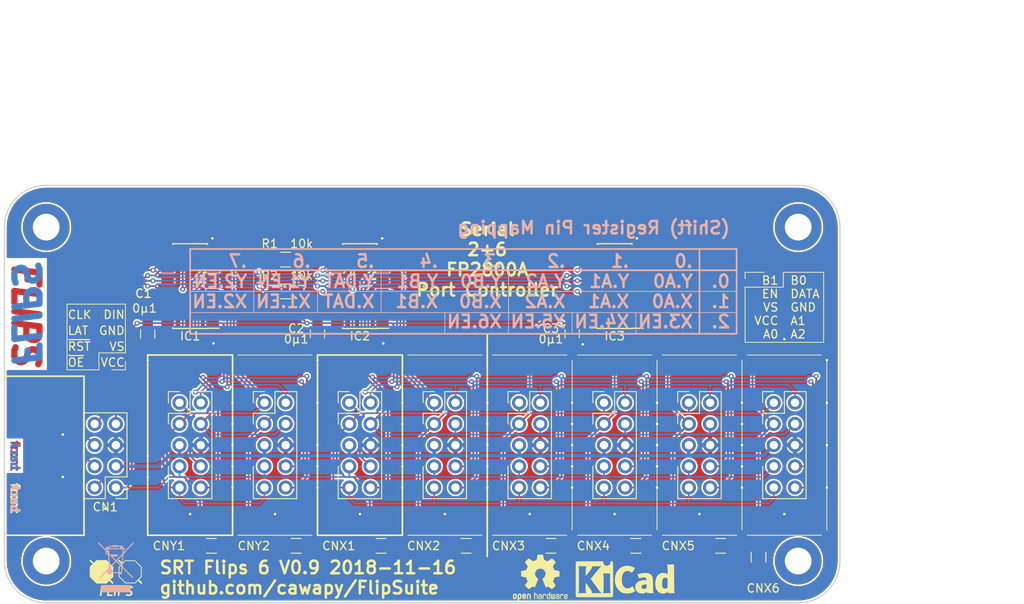
<source format=kicad_pcb>
(kicad_pcb (version 20171130) (host pcbnew "(5.0.1)-4")
  (title_block (title "Flips 6") (date 2018-11-16) (rev V0.9) (company SRT) (comment 1 "Serial 2+6 FP2800A Port Controller") (comment 2 "SRT Flips M FPC16828"))
  (layers (0 F.Cu signal) (31 B.Cu signal hide) (34 B.Paste user) (35 F.Paste user) (36 B.SilkS user hide) (37 F.SilkS user) (38 B.Mask user) (39 F.Mask user) (44 Edge.Cuts user))
  (net 0 "")
  (net 1 +5V)
  (net 2 GND)
  (net 3 +12V)
  (net 4 /DIN)
  (net 5 /RCLK)
  (net 6 /SRCLK)
  (net 7 /~SRCLR)
  (net 8 "Net-(IC1-Pad9)")
  (net 9 /~OE)
  (net 10 /XB.0)
  (net 11 /XB.1)
  (net 12 /XDAT)
  (net 13 /XEN1)
  (net 14 /XA.1)
  (net 15 /XA.2)
  (net 16 /XA.0)
  (net 17 /XEN2)
  (net 18 /XEN3)
  (net 19 /XEN4)
  (net 20 /XEN5)
  (net 21 /YB.0)
  (net 22 /YB.1)
  (net 23 /YDAT)
  (net 24 /YEN1)
  (net 25 /YA.1)
  (net 26 /YA.2)
  (net 27 /YA.0)
  (net 28 /YEN2)
  (net 29 "Net-(IC2-Pad9)")
  (net 30 /XEN6)
  (net 31 /XEN7)
  (net 32 /XEN8)
  (net 33 /YEN3)
  (net 34 /YEN4)
  (net 35 "Net-(IC3-Pad9)")
  (module Mounting_Holes:MountingHole_3.2mm_M3_DIN965_Pad (layer F.Cu) (at 55.8 95.8)
    (fp_text reference REF** hide)
    (fp_text value MountingHole_3.2mm_M3_DIN965_Pad)
    (pad 1 thru_hole circle (at 0 0) (size 5.6 5.6) (drill 3.2) (layers *.Cu *.Mask))
  )
  (module Mounting_Holes:MountingHole_3.2mm_M3_DIN965_Pad (layer F.Cu) (at 145.8 95.8)
    (fp_text reference REF** hide)
    (fp_text value MountingHole_3.2mm_M3_DIN965_Pad)
    (pad 1 thru_hole circle (at 0 0) (size 5.6 5.6) (drill 3.2) (layers *.Cu *.Mask))
  )
  (module Mounting_Holes:MountingHole_3.2mm_M3_DIN965_Pad (layer F.Cu) (at 145.8 55.8)
    (fp_text reference REF** hide)
    (fp_text value MountingHole_3.2mm_M3_DIN965_Pad)
    (pad 1 thru_hole circle (at 0 0) (size 5.6 5.6) (drill 3.2) (layers *.Cu *.Mask))
  )
  (module Mounting_Holes:MountingHole_3.2mm_M3_DIN965_Pad (layer F.Cu) (at 55.8 55.8)
    (fp_text reference REF** hide)
    (fp_text value MountingHole_3.2mm_M3_DIN965_Pad)
    (pad 1 thru_hole circle (at 0 0) (size 5.6 5.6) (drill 3.2) (layers *.Cu *.Mask))
  )
  (module Capacitors_SMD:C_0805_HandSoldering (layer F.Cu) (at 67.945 68.58 270)
    (fp_text reference C1 (at -4.826 0.508) (layer F.SilkS))
    (fp_text value 0µ1 (at -3.048 0.381) (layer F.SilkS))
    (fp_text user %R (at -4.826 0.508) (layer F.SilkS))
    (pad 1 smd rect (at -1.25 0 270) (size 1.5 1.25) (layers F.Cu F.Paste F.Mask) (net 1 +5V))
    (pad 2 smd rect (at 1.25 0 270) (size 1.5 1.25) (layers F.Cu F.Paste F.Mask) (net 2 GND))
  )
  (module Capacitors_SMD:C_0805_HandSoldering (layer F.Cu) (at 88.265 68.58 270)
    (fp_text reference C2 (at -0.635 2.54) (layer F.SilkS))
    (fp_text value 0µ1 (at 0.635 2.54) (layer F.SilkS))
    (pad 1 smd rect (at -1.25 0 270) (size 1.5 1.25) (layers F.Cu F.Paste F.Mask) (net 1 +5V))
    (pad 2 smd rect (at 1.25 0 270) (size 1.5 1.25) (layers F.Cu F.Paste F.Mask) (net 2 GND))
  )
  (module Capacitors_SMD:C_0805_HandSoldering (layer F.Cu) (at 118.745 68.58 270)
    (fp_text reference C3 (at -0.635 2.54) (layer F.SilkS))
    (fp_text value 0µ1 (at 0.635 2.54) (layer F.SilkS))
    (pad 2 smd rect (at 1.25 0 270) (size 1.5 1.25) (layers F.Cu F.Paste F.Mask) (net 2 GND))
    (pad 1 smd rect (at -1.25 0 270) (size 1.5 1.25) (layers F.Cu F.Paste F.Mask) (net 1 +5V))
  )
  (module Resistors_SMD:R_0805_HandSoldering (layer F.Cu) (at 84.455 63.5)
    (fp_text reference R2 (at -1.905 -1.905) (layer F.SilkS))
    (fp_text value 10k (at 1.905 -1.905) (layer F.SilkS))
    (pad 2 smd rect (at 1.35 0) (size 1.5 1.3) (layers F.Cu F.Paste F.Mask) (net 1 +5V))
    (pad 1 smd rect (at -1.35 0) (size 1.5 1.3) (layers F.Cu F.Paste F.Mask) (net 9 /~OE))
  )
  (module Resistors_SMD:R_0805_HandSoldering (layer F.Cu) (at 84.455 59.69)
    (fp_text reference R1 (at -1.905 -1.905) (layer F.SilkS))
    (fp_text value 10k (at 1.905 -1.905) (layer F.SilkS))
    (pad 1 smd rect (at -1.35 0) (size 1.5 1.3) (layers F.Cu F.Paste F.Mask) (net 7 /~SRCLR))
    (pad 2 smd rect (at 1.35 0) (size 1.5 1.3) (layers F.Cu F.Paste F.Mask) (net 1 +5V))
  )
  (module Own:Pin_Header_Straight_Shrouded_2x05_Pitch2.54mm (layer F.Cu) (at 92.075 76.835)
    (fp_text reference CNX1 (at -1.27 17.145) (layer F.SilkS))
    (fp_text value UFP2810 hide)
    (pad 10 thru_hole oval (at 2.54 10.16) (size 1.7 1.7) (drill 1) (layers *.Cu *.Mask) (net 15 /XA.2))
    (pad 9 thru_hole oval (at 0 10.16) (size 1.7 1.7) (drill 1) (layers *.Cu *.Mask) (net 16 /XA.0))
    (pad 8 thru_hole oval (at 2.54 7.62) (size 1.7 1.7) (drill 1) (layers *.Cu *.Mask) (net 14 /XA.1))
    (pad 7 thru_hole oval (at 0 7.62) (size 1.7 1.7) (drill 1) (layers *.Cu *.Mask) (net 1 +5V))
    (pad 6 thru_hole oval (at 2.54 5.08) (size 1.7 1.7) (drill 1) (layers *.Cu *.Mask) (net 2 GND))
    (pad 5 thru_hole oval (at 0 5.08) (size 1.7 1.7) (drill 1) (layers *.Cu *.Mask) (net 3 +12V))
    (pad 4 thru_hole oval (at 2.54 2.54) (size 1.7 1.7) (drill 1) (layers *.Cu *.Mask) (net 12 /XDAT))
    (pad 3 thru_hole oval (at 0 2.54) (size 1.7 1.7) (drill 1) (layers *.Cu *.Mask) (net 13 /XEN1))
    (pad 2 thru_hole oval (at 2.54 0) (size 1.7 1.7) (drill 1) (layers *.Cu *.Mask) (net 10 /XB.0))
    (pad 1 thru_hole circle (at 0 0) (size 1.7 1.7) (drill 1) (layers *.Cu *.Mask) (net 11 /XB.1))
  )
  (module Own:Pin_Header_Straight_Shrouded_2x05_Pitch2.54mm (layer F.Cu) (at 102.235 76.835)
    (fp_text reference CNX2 (at -1.27 17.145) (layer F.SilkS))
    (fp_text value UFP2810 hide)
    (pad 1 thru_hole circle (at 0 0) (size 1.7 1.7) (drill 1) (layers *.Cu *.Mask) (net 11 /XB.1))
    (pad 2 thru_hole oval (at 2.54 0) (size 1.7 1.7) (drill 1) (layers *.Cu *.Mask) (net 10 /XB.0))
    (pad 3 thru_hole oval (at 0 2.54) (size 1.7 1.7) (drill 1) (layers *.Cu *.Mask) (net 17 /XEN2))
    (pad 4 thru_hole oval (at 2.54 2.54) (size 1.7 1.7) (drill 1) (layers *.Cu *.Mask) (net 12 /XDAT))
    (pad 5 thru_hole oval (at 0 5.08) (size 1.7 1.7) (drill 1) (layers *.Cu *.Mask) (net 3 +12V))
    (pad 6 thru_hole oval (at 2.54 5.08) (size 1.7 1.7) (drill 1) (layers *.Cu *.Mask) (net 2 GND))
    (pad 7 thru_hole oval (at 0 7.62) (size 1.7 1.7) (drill 1) (layers *.Cu *.Mask) (net 1 +5V))
    (pad 8 thru_hole oval (at 2.54 7.62) (size 1.7 1.7) (drill 1) (layers *.Cu *.Mask) (net 14 /XA.1))
    (pad 9 thru_hole oval (at 0 10.16) (size 1.7 1.7) (drill 1) (layers *.Cu *.Mask) (net 16 /XA.0))
    (pad 10 thru_hole oval (at 2.54 10.16) (size 1.7 1.7) (drill 1) (layers *.Cu *.Mask) (net 15 /XA.2))
  )
  (module Own:Pin_Header_Straight_Shrouded_2x05_Pitch2.54mm (layer F.Cu) (at 112.395 76.835)
    (fp_text reference CNX3 (at -1.27 17.145) (layer F.SilkS))
    (fp_text value UFP2810 hide)
    (pad 10 thru_hole oval (at 2.54 10.16) (size 1.7 1.7) (drill 1) (layers *.Cu *.Mask) (net 15 /XA.2))
    (pad 9 thru_hole oval (at 0 10.16) (size 1.7 1.7) (drill 1) (layers *.Cu *.Mask) (net 16 /XA.0))
    (pad 8 thru_hole oval (at 2.54 7.62) (size 1.7 1.7) (drill 1) (layers *.Cu *.Mask) (net 14 /XA.1))
    (pad 7 thru_hole oval (at 0 7.62) (size 1.7 1.7) (drill 1) (layers *.Cu *.Mask) (net 1 +5V))
    (pad 6 thru_hole oval (at 2.54 5.08) (size 1.7 1.7) (drill 1) (layers *.Cu *.Mask) (net 2 GND))
    (pad 5 thru_hole oval (at 0 5.08) (size 1.7 1.7) (drill 1) (layers *.Cu *.Mask) (net 3 +12V))
    (pad 4 thru_hole oval (at 2.54 2.54) (size 1.7 1.7) (drill 1) (layers *.Cu *.Mask) (net 12 /XDAT))
    (pad 3 thru_hole oval (at 0 2.54) (size 1.7 1.7) (drill 1) (layers *.Cu *.Mask) (net 18 /XEN3))
    (pad 2 thru_hole oval (at 2.54 0) (size 1.7 1.7) (drill 1) (layers *.Cu *.Mask) (net 10 /XB.0))
    (pad 1 thru_hole circle (at 0 0) (size 1.7 1.7) (drill 1) (layers *.Cu *.Mask) (net 11 /XB.1))
  )
  (module Own:Pin_Header_Straight_Shrouded_2x05_Pitch2.54mm (layer F.Cu) (at 122.555 76.835)
    (fp_text reference CNX4 (at -1.27 17.145) (layer F.SilkS))
    (fp_text value UFP2810 hide)
    (pad 1 thru_hole circle (at 0 0) (size 1.7 1.7) (drill 1) (layers *.Cu *.Mask) (net 11 /XB.1))
    (pad 2 thru_hole oval (at 2.54 0) (size 1.7 1.7) (drill 1) (layers *.Cu *.Mask) (net 10 /XB.0))
    (pad 3 thru_hole oval (at 0 2.54) (size 1.7 1.7) (drill 1) (layers *.Cu *.Mask) (net 19 /XEN4))
    (pad 4 thru_hole oval (at 2.54 2.54) (size 1.7 1.7) (drill 1) (layers *.Cu *.Mask) (net 12 /XDAT))
    (pad 5 thru_hole oval (at 0 5.08) (size 1.7 1.7) (drill 1) (layers *.Cu *.Mask) (net 3 +12V))
    (pad 6 thru_hole oval (at 2.54 5.08) (size 1.7 1.7) (drill 1) (layers *.Cu *.Mask) (net 2 GND))
    (pad 7 thru_hole oval (at 0 7.62) (size 1.7 1.7) (drill 1) (layers *.Cu *.Mask) (net 1 +5V))
    (pad 8 thru_hole oval (at 2.54 7.62) (size 1.7 1.7) (drill 1) (layers *.Cu *.Mask) (net 14 /XA.1))
    (pad 9 thru_hole oval (at 0 10.16) (size 1.7 1.7) (drill 1) (layers *.Cu *.Mask) (net 16 /XA.0))
    (pad 10 thru_hole oval (at 2.54 10.16) (size 1.7 1.7) (drill 1) (layers *.Cu *.Mask) (net 15 /XA.2))
  )
  (module Own:Pin_Header_Straight_Shrouded_2x05_Pitch2.54mm (layer F.Cu) (at 132.715 76.835)
    (fp_text reference CNX5 (at -1.27 17.145) (layer F.SilkS))
    (fp_text value UFP2810 hide)
    (pad 10 thru_hole oval (at 2.54 10.16) (size 1.7 1.7) (drill 1) (layers *.Cu *.Mask) (net 15 /XA.2))
    (pad 9 thru_hole oval (at 0 10.16) (size 1.7 1.7) (drill 1) (layers *.Cu *.Mask) (net 16 /XA.0))
    (pad 8 thru_hole oval (at 2.54 7.62) (size 1.7 1.7) (drill 1) (layers *.Cu *.Mask) (net 14 /XA.1))
    (pad 7 thru_hole oval (at 0 7.62) (size 1.7 1.7) (drill 1) (layers *.Cu *.Mask) (net 1 +5V))
    (pad 6 thru_hole oval (at 2.54 5.08) (size 1.7 1.7) (drill 1) (layers *.Cu *.Mask) (net 2 GND))
    (pad 5 thru_hole oval (at 0 5.08) (size 1.7 1.7) (drill 1) (layers *.Cu *.Mask) (net 3 +12V))
    (pad 4 thru_hole oval (at 2.54 2.54) (size 1.7 1.7) (drill 1) (layers *.Cu *.Mask) (net 12 /XDAT))
    (pad 3 thru_hole oval (at 0 2.54) (size 1.7 1.7) (drill 1) (layers *.Cu *.Mask) (net 20 /XEN5))
    (pad 2 thru_hole oval (at 2.54 0) (size 1.7 1.7) (drill 1) (layers *.Cu *.Mask) (net 10 /XB.0))
    (pad 1 thru_hole circle (at 0 0) (size 1.7 1.7) (drill 1) (layers *.Cu *.Mask) (net 11 /XB.1))
  )
  (module Own:Pin_Header_Straight_Shrouded_2x05_Pitch2.54mm (layer F.Cu) (at 71.755 76.835)
    (fp_text reference CNY1 (at -1.27 17.145) (layer F.SilkS))
    (fp_text value UFP2810 hide)
    (pad 1 thru_hole circle (at 0 0) (size 1.7 1.7) (drill 1) (layers *.Cu *.Mask) (net 22 /YB.1))
    (pad 2 thru_hole oval (at 2.54 0) (size 1.7 1.7) (drill 1) (layers *.Cu *.Mask) (net 21 /YB.0))
    (pad 3 thru_hole oval (at 0 2.54) (size 1.7 1.7) (drill 1) (layers *.Cu *.Mask) (net 24 /YEN1))
    (pad 4 thru_hole oval (at 2.54 2.54) (size 1.7 1.7) (drill 1) (layers *.Cu *.Mask) (net 23 /YDAT))
    (pad 5 thru_hole oval (at 0 5.08) (size 1.7 1.7) (drill 1) (layers *.Cu *.Mask) (net 3 +12V))
    (pad 6 thru_hole oval (at 2.54 5.08) (size 1.7 1.7) (drill 1) (layers *.Cu *.Mask) (net 2 GND))
    (pad 7 thru_hole oval (at 0 7.62) (size 1.7 1.7) (drill 1) (layers *.Cu *.Mask) (net 1 +5V))
    (pad 8 thru_hole oval (at 2.54 7.62) (size 1.7 1.7) (drill 1) (layers *.Cu *.Mask) (net 25 /YA.1))
    (pad 9 thru_hole oval (at 0 10.16) (size 1.7 1.7) (drill 1) (layers *.Cu *.Mask) (net 27 /YA.0))
    (pad 10 thru_hole oval (at 2.54 10.16) (size 1.7 1.7) (drill 1) (layers *.Cu *.Mask) (net 26 /YA.2))
  )
  (module Own:Pin_Header_Straight_Shrouded_2x05_Pitch2.54mm (layer F.Cu) (at 81.915 76.835)
    (fp_text reference CNY2 (at -1.27 17.145) (layer F.SilkS))
    (fp_text value UFP2810 hide)
    (pad 10 thru_hole oval (at 2.54 10.16) (size 1.7 1.7) (drill 1) (layers *.Cu *.Mask) (net 26 /YA.2))
    (pad 9 thru_hole oval (at 0 10.16) (size 1.7 1.7) (drill 1) (layers *.Cu *.Mask) (net 27 /YA.0))
    (pad 8 thru_hole oval (at 2.54 7.62) (size 1.7 1.7) (drill 1) (layers *.Cu *.Mask) (net 25 /YA.1))
    (pad 7 thru_hole oval (at 0 7.62) (size 1.7 1.7) (drill 1) (layers *.Cu *.Mask) (net 1 +5V))
    (pad 6 thru_hole oval (at 2.54 5.08) (size 1.7 1.7) (drill 1) (layers *.Cu *.Mask) (net 2 GND))
    (pad 5 thru_hole oval (at 0 5.08) (size 1.7 1.7) (drill 1) (layers *.Cu *.Mask) (net 3 +12V))
    (pad 4 thru_hole oval (at 2.54 2.54) (size 1.7 1.7) (drill 1) (layers *.Cu *.Mask) (net 23 /YDAT))
    (pad 3 thru_hole oval (at 0 2.54) (size 1.7 1.7) (drill 1) (layers *.Cu *.Mask) (net 28 /YEN2))
    (pad 2 thru_hole oval (at 2.54 0) (size 1.7 1.7) (drill 1) (layers *.Cu *.Mask) (net 21 /YB.0))
    (pad 1 thru_hole circle (at 0 0) (size 1.7 1.7) (drill 1) (layers *.Cu *.Mask) (net 22 /YB.1))
  )
  (module Pin_Headers:Pin_Header_Straight_2x04_Pitch2.54mm (layer F.Cu) (at 64.135 86.995 180)
    (fp_text reference CN1 (at 1.27 -2.33 180) (layer F.SilkS))
    (fp_text value Conn_02x04_Odd_Even)
    (pad 8 thru_hole oval (at 2.54 7.62 180) (size 1.7 1.7) (drill 1) (layers *.Cu *.Mask) (net 5 /RCLK))
    (pad 7 thru_hole oval (at 0 7.62 180) (size 1.7 1.7) (drill 1) (layers *.Cu *.Mask) (net 4 /DIN))
    (pad 6 thru_hole oval (at 2.54 5.08 180) (size 1.7 1.7) (drill 1) (layers *.Cu *.Mask) (net 6 /SRCLK))
    (pad 5 thru_hole oval (at 0 5.08 180) (size 1.7 1.7) (drill 1) (layers *.Cu *.Mask) (net 2 GND))
    (pad 4 thru_hole oval (at 2.54 2.54 180) (size 1.7 1.7) (drill 1) (layers *.Cu *.Mask) (net 7 /~SRCLR))
    (pad 3 thru_hole oval (at 0 2.54 180) (size 1.7 1.7) (drill 1) (layers *.Cu *.Mask) (net 3 +12V))
    (pad 2 thru_hole oval (at 2.54 0 180) (size 1.7 1.7) (drill 1) (layers *.Cu *.Mask) (net 9 /~OE))
    (pad 1 thru_hole circle (at 0 0 180) (size 1.7 1.7) (drill 1) (layers *.Cu *.Mask) (net 1 +5V))
  )
  (module Symbols:Symbol_KiCAD-Logo_CopperAndSilkScreenTop (layer F.Cu) (at 125.095 97.79)
    (fp_text reference REF** hide)
    (fp_text value "KiCAD Logo" hide)
  )
  (module Symbols:OSHW-Logo2_7.3x6mm_SilkScreen (layer F.Cu) (at 114.935 97.79)
    (fp_text reference REF*** hide)
    (fp_text value OSHW-Logo2_7.3x6mm_SilkScreen hide)
  )
  (module Symbols:WEEE-Logo_4.2x6mm_SilkScreen (layer B.Cu) (at 64.135 96.52 180)
    (fp_text reference REF*** hide)
    (fp_text value WEEE-Logo_4.2x6mm_SilkScreen hide)
  )
  (module Own:Pin_Header_Straight_Shrouded_2x05_Pitch2.54mm (layer F.Cu) (at 142.875 76.835)
    (fp_text reference CNX6 (at -1.27 22.225) (layer F.SilkS))
    (fp_text value UFP2810 hide)
    (pad 10 thru_hole oval (at 2.54 10.16) (size 1.7 1.7) (drill 1) (layers *.Cu *.Mask) (net 15 /XA.2))
    (pad 9 thru_hole oval (at 0 10.16) (size 1.7 1.7) (drill 1) (layers *.Cu *.Mask) (net 16 /XA.0))
    (pad 8 thru_hole oval (at 2.54 7.62) (size 1.7 1.7) (drill 1) (layers *.Cu *.Mask) (net 14 /XA.1))
    (pad 7 thru_hole oval (at 0 7.62) (size 1.7 1.7) (drill 1) (layers *.Cu *.Mask) (net 1 +5V))
    (pad 6 thru_hole oval (at 2.54 5.08) (size 1.7 1.7) (drill 1) (layers *.Cu *.Mask) (net 2 GND))
    (pad 5 thru_hole oval (at 0 5.08) (size 1.7 1.7) (drill 1) (layers *.Cu *.Mask) (net 3 +12V))
    (pad 4 thru_hole oval (at 2.54 2.54) (size 1.7 1.7) (drill 1) (layers *.Cu *.Mask) (net 12 /XDAT))
    (pad 3 thru_hole oval (at 0 2.54) (size 1.7 1.7) (drill 1) (layers *.Cu *.Mask) (net 30 /XEN6))
    (pad 2 thru_hole oval (at 2.54 0) (size 1.7 1.7) (drill 1) (layers *.Cu *.Mask) (net 10 /XB.0))
    (pad 1 thru_hole circle (at 0 0) (size 1.7 1.7) (drill 1) (layers *.Cu *.Mask) (net 11 /XB.1))
  )
  (module Own:FlipsLogo-Mittel (layer F.Cu) (at 64.135 98.425)
    (fp_text reference REF** hide)
    (fp_text value FlipsLogo-Mittel)
    (fp_text user FLIPS (at 0 1.016) (layer F.SilkS) (effects (font (thickness 0.2) italic)))
  )
  (module SOIC-16_3.9x9.9mm_Pitch1.27mm (layer F.Cu) (at 73.025 62.865 180)
    (fp_text reference IC1 (at 0 -6 180) (layer F.SilkS))
    (fp_text value 74595)
    (pad 16 smd rect (at 2.7 -4.445 180) (size 1.5 0.6) (layers F.Cu F.Paste F.Mask) (net 1 +5V))
    (pad 15 smd rect (at 2.7 -3.175 180) (size 1.5 0.6) (layers F.Cu F.Paste F.Mask) (net 27 /YA.0))
    (pad 14 smd rect (at 2.7 -1.905 180) (size 1.5 0.6) (layers F.Cu F.Paste F.Mask) (net 4 /DIN))
    (pad 13 smd rect (at 2.7 -0.635 180) (size 1.5 0.6) (layers F.Cu F.Paste F.Mask) (net 9 /~OE))
    (pad 12 smd rect (at 2.7 0.635 180) (size 1.5 0.6) (layers F.Cu F.Paste F.Mask) (net 5 /RCLK))
    (pad 11 smd rect (at 2.7 1.905 180) (size 1.5 0.6) (layers F.Cu F.Paste F.Mask) (net 6 /SRCLK))
    (pad 10 smd rect (at 2.7 3.175 180) (size 1.5 0.6) (layers F.Cu F.Paste F.Mask) (net 7 /~SRCLR))
    (pad 9 smd rect (at 2.7 4.445 180) (size 1.5 0.6) (layers F.Cu F.Paste F.Mask) (net 8 "Net-(IC1-Pad9)"))
    (pad 8 smd rect (at -2.7 4.445 180) (size 1.5 0.6) (layers F.Cu F.Paste F.Mask) (net 2 GND))
    (pad 7 smd rect (at -2.7 3.175 180) (size 1.5 0.6) (layers F.Cu F.Paste F.Mask) (net 28 /YEN2))
    (pad 6 smd rect (at -2.7 1.905 180) (size 1.5 0.6) (layers F.Cu F.Paste F.Mask) (net 24 /YEN1))
    (pad 5 smd rect (at -2.7 0.635 180) (size 1.5 0.6) (layers F.Cu F.Paste F.Mask) (net 23 /YDAT))
    (pad 4 smd rect (at -2.7 -0.635 180) (size 1.5 0.6) (layers F.Cu F.Paste F.Mask) (net 22 /YB.1))
    (pad 3 smd rect (at -2.7 -1.905 180) (size 1.5 0.6) (layers F.Cu F.Paste F.Mask) (net 21 /YB.0))
    (pad 2 smd rect (at -2.7 -3.175 180) (size 1.5 0.6) (layers F.Cu F.Paste F.Mask) (net 26 /YA.2))
    (pad 1 smd rect (at -2.7 -4.445 180) (size 1.5 0.6) (layers F.Cu F.Paste F.Mask) (net 25 /YA.1))
  )
  (module SOIC-16_3.9x9.9mm_Pitch1.27mm (layer F.Cu) (at 93.345 62.865 180)
    (fp_text reference IC2 (at 0 -6 180) (layer F.SilkS))
    (fp_text value 74595)
    (pad 1 smd rect (at -2.7 -4.445 180) (size 1.5 0.6) (layers F.Cu F.Paste F.Mask) (net 14 /XA.1))
    (pad 2 smd rect (at -2.7 -3.175 180) (size 1.5 0.6) (layers F.Cu F.Paste F.Mask) (net 15 /XA.2))
    (pad 3 smd rect (at -2.7 -1.905 180) (size 1.5 0.6) (layers F.Cu F.Paste F.Mask) (net 10 /XB.0))
    (pad 4 smd rect (at -2.7 -0.635 180) (size 1.5 0.6) (layers F.Cu F.Paste F.Mask) (net 11 /XB.1))
    (pad 5 smd rect (at -2.7 0.635 180) (size 1.5 0.6) (layers F.Cu F.Paste F.Mask) (net 12 /XDAT))
    (pad 6 smd rect (at -2.7 1.905 180) (size 1.5 0.6) (layers F.Cu F.Paste F.Mask) (net 13 /XEN1))
    (pad 7 smd rect (at -2.7 3.175 180) (size 1.5 0.6) (layers F.Cu F.Paste F.Mask) (net 17 /XEN2))
    (pad 8 smd rect (at -2.7 4.445 180) (size 1.5 0.6) (layers F.Cu F.Paste F.Mask) (net 2 GND))
    (pad 9 smd rect (at 2.7 4.445 180) (size 1.5 0.6) (layers F.Cu F.Paste F.Mask) (net 29 "Net-(IC2-Pad9)"))
    (pad 10 smd rect (at 2.7 3.175 180) (size 1.5 0.6) (layers F.Cu F.Paste F.Mask) (net 7 /~SRCLR))
    (pad 11 smd rect (at 2.7 1.905 180) (size 1.5 0.6) (layers F.Cu F.Paste F.Mask) (net 6 /SRCLK))
    (pad 12 smd rect (at 2.7 0.635 180) (size 1.5 0.6) (layers F.Cu F.Paste F.Mask) (net 5 /RCLK))
    (pad 13 smd rect (at 2.7 -0.635 180) (size 1.5 0.6) (layers F.Cu F.Paste F.Mask) (net 9 /~OE))
    (pad 14 smd rect (at 2.7 -1.905 180) (size 1.5 0.6) (layers F.Cu F.Paste F.Mask) (net 8 "Net-(IC1-Pad9)"))
    (pad 15 smd rect (at 2.7 -3.175 180) (size 1.5 0.6) (layers F.Cu F.Paste F.Mask) (net 16 /XA.0))
    (pad 16 smd rect (at 2.7 -4.445 180) (size 1.5 0.6) (layers F.Cu F.Paste F.Mask) (net 1 +5V))
  )
  (module SOIC-16_3.9x9.9mm_Pitch1.27mm (layer F.Cu) (at 123.825 62.865 180)
    (fp_text reference IC3 (at 0 -6 180) (layer F.SilkS))
    (fp_text value 74595)
    (pad 16 smd rect (at 2.7 -4.445 180) (size 1.5 0.6) (layers F.Cu F.Paste F.Mask) (net 1 +5V))
    (pad 15 smd rect (at 2.7 -3.175 180) (size 1.5 0.6) (layers F.Cu F.Paste F.Mask) (net 18 /XEN3))
    (pad 14 smd rect (at 2.7 -1.905 180) (size 1.5 0.6) (layers F.Cu F.Paste F.Mask) (net 29 "Net-(IC2-Pad9)"))
    (pad 13 smd rect (at 2.7 -0.635 180) (size 1.5 0.6) (layers F.Cu F.Paste F.Mask) (net 9 /~OE))
    (pad 12 smd rect (at 2.7 0.635 180) (size 1.5 0.6) (layers F.Cu F.Paste F.Mask) (net 5 /RCLK))
    (pad 11 smd rect (at 2.7 1.905 180) (size 1.5 0.6) (layers F.Cu F.Paste F.Mask) (net 6 /SRCLK))
    (pad 10 smd rect (at 2.7 3.175 180) (size 1.5 0.6) (layers F.Cu F.Paste F.Mask) (net 7 /~SRCLR))
    (pad 9 smd rect (at 2.7 4.445 180) (size 1.5 0.6) (layers F.Cu F.Paste F.Mask) (net 35 "Net-(IC3-Pad9)"))
    (pad 8 smd rect (at -2.7 4.445 180) (size 1.5 0.6) (layers F.Cu F.Paste F.Mask) (net 2 GND))
    (pad 7 smd rect (at -2.7 3.175 180) (size 1.5 0.6) (layers F.Cu F.Paste F.Mask) (net 34 /YEN4))
    (pad 6 smd rect (at -2.7 1.905 180) (size 1.5 0.6) (layers F.Cu F.Paste F.Mask) (net 33 /YEN3))
    (pad 5 smd rect (at -2.7 0.635 180) (size 1.5 0.6) (layers F.Cu F.Paste F.Mask) (net 32 /XEN8))
    (pad 4 smd rect (at -2.7 -0.635 180) (size 1.5 0.6) (layers F.Cu F.Paste F.Mask) (net 31 /XEN7))
    (pad 3 smd rect (at -2.7 -1.905 180) (size 1.5 0.6) (layers F.Cu F.Paste F.Mask) (net 30 /XEN6))
    (pad 2 smd rect (at -2.7 -3.175 180) (size 1.5 0.6) (layers F.Cu F.Paste F.Mask) (net 20 /XEN5))
    (pad 1 smd rect (at -2.7 -4.445 180) (size 1.5 0.6) (layers F.Cu F.Paste F.Mask) (net 19 /XEN4))
  )
  (module Resistors_SMD:R_0805_HandSoldering (layer F.Cu) (at 75.565 93.98 180)
    (fp_text reference R3 hide)
    (fp_text value 10k)
    (pad 1 smd rect (at -1.35 0 180) (size 1.5 1.3) (layers F.Cu F.Paste F.Mask) (net 2 GND))
    (pad 2 smd rect (at 1.35 0 180) (size 1.5 1.3) (layers F.Cu F.Paste F.Mask) (net 24 /YEN1))
  )
  (module Resistors_SMD:R_0805_HandSoldering (layer F.Cu) (at 85.725 93.98 180)
    (fp_text reference R4 hide)
    (fp_text value 10k)
    (pad 2 smd rect (at 1.35 0 180) (size 1.5 1.3) (layers F.Cu F.Paste F.Mask) (net 28 /YEN2))
    (pad 1 smd rect (at -1.35 0 180) (size 1.5 1.3) (layers F.Cu F.Paste F.Mask) (net 2 GND))
  )
  (module Resistors_SMD:R_0805_HandSoldering (layer F.Cu) (at 95.885 93.98 180)
    (fp_text reference R5 hide)
    (fp_text value 10k)
    (pad 1 smd rect (at -1.35 0 180) (size 1.5 1.3) (layers F.Cu F.Paste F.Mask) (net 2 GND))
    (pad 2 smd rect (at 1.35 0 180) (size 1.5 1.3) (layers F.Cu F.Paste F.Mask) (net 13 /XEN1))
  )
  (module Resistors_SMD:R_0805_HandSoldering (layer F.Cu) (at 106.045 93.98 180)
    (fp_text reference R6 hide)
    (fp_text value 10k)
    (pad 2 smd rect (at 1.35 0 180) (size 1.5 1.3) (layers F.Cu F.Paste F.Mask) (net 17 /XEN2))
    (pad 1 smd rect (at -1.35 0 180) (size 1.5 1.3) (layers F.Cu F.Paste F.Mask) (net 2 GND))
  )
  (module Resistors_SMD:R_0805_HandSoldering (layer F.Cu) (at 116.205 93.98 180)
    (fp_text reference R7 hide)
    (fp_text value 10k)
    (pad 1 smd rect (at -1.35 0 180) (size 1.5 1.3) (layers F.Cu F.Paste F.Mask) (net 2 GND))
    (pad 2 smd rect (at 1.35 0 180) (size 1.5 1.3) (layers F.Cu F.Paste F.Mask) (net 18 /XEN3))
  )
  (module Resistors_SMD:R_0805_HandSoldering (layer F.Cu) (at 126.365 93.98 180)
    (fp_text reference R8 hide)
    (fp_text value 10k)
    (pad 2 smd rect (at 1.35 0 180) (size 1.5 1.3) (layers F.Cu F.Paste F.Mask) (net 19 /XEN4))
    (pad 1 smd rect (at -1.35 0 180) (size 1.5 1.3) (layers F.Cu F.Paste F.Mask) (net 2 GND))
  )
  (module Resistors_SMD:R_0805_HandSoldering (layer F.Cu) (at 136.525 93.98 180)
    (fp_text reference R9 hide)
    (fp_text value 10k)
    (pad 1 smd rect (at -1.35 0 180) (size 1.5 1.3) (layers F.Cu F.Paste F.Mask) (net 2 GND))
    (pad 2 smd rect (at 1.35 0 180) (size 1.5 1.3) (layers F.Cu F.Paste F.Mask) (net 20 /XEN5))
  )
  (module Resistors_SMD:R_0805_HandSoldering (layer F.Cu) (at 141.05 95.33 90)
    (fp_text reference R10 hide)
    (fp_text value 10k)
    (pad 2 smd rect (at 1.35 0 90) (size 1.5 1.3) (layers F.Cu F.Paste F.Mask) (net 30 /XEN6))
    (pad 1 smd rect (at -1.35 0 90) (size 1.5 1.3) (layers F.Cu F.Paste F.Mask) (net 2 GND))
  )
  (gr_line (start 139.446 61.214) (end 139.446 61.976) (layer F.SilkS) (width 0.1))
  (gr_line (start 139.446 61.214) (end 141.732 61.214) (layer F.SilkS) (width 0.1))
  (gr_line (start 148.844 61.214) (end 148.844 69.596) (layer F.SilkS) (width 0.1))
  (gr_line (start 144.018 61.214) (end 148.844 61.214) (layer F.SilkS) (width 0.1))
  (gr_line (start 144.018 62.992) (end 144.018 61.214) (layer F.SilkS) (width 0.1))
  (gr_line (start 139.446 62.992) (end 144.018 62.992) (layer F.SilkS) (width 0.1))
  (gr_line (start 139.446 69.596) (end 139.446 62.992) (layer F.SilkS) (width 0.1))
  (gr_line (start 148.844 69.596) (end 139.446 69.596) (layer F.SilkS) (width 0.1))
  (gr_text "B0\nDATA\nGND\nA1\nA2" (at 144.78 65.405) (layer F.SilkS) (effects (font (size 1 1)) (justify left)))
  (gr_text "B1\nEN\nVS\nVCC\nA0" (at 143.51 65.405) (layer F.SilkS) (effects (font (size 1 1)) (justify right)))
  (gr_line (start 126.365 66.04) (end 126.365 68.58) (layer B.SilkS) (width 0.1))
  (gr_line (start 118.745 66.04) (end 118.745 68.58) (layer B.SilkS) (width 0.1))
  (gr_line (start 80.645 60.96) (end 80.645 66.04) (layer B.SilkS) (width 0.1))
  (gr_line (start 103.505 66.04) (end 103.505 68.58) (layer B.SilkS) (width 0.1))
  (gr_line (start 88.265 60.96) (end 88.265 66.04) (layer B.SilkS) (width 0.1))
  (gr_line (start 95.885 60.96) (end 95.885 66.04) (layer B.SilkS) (width 0.1))
  (gr_line (start 111.125 60.96) (end 111.125 68.58) (layer B.SilkS) (width 0.1))
  (gr_line (start 138.43 66.04) (end 73.025 66.04) (angle 90) (layer B.SilkS) (width 0.1))
  (gr_line (start 138.43 63.5) (end 138.43 66.04) (angle 90) (layer B.SilkS) (width 0.1))
  (gr_line (start 73.025 63.5) (end 138.43 63.5) (angle 90) (layer B.SilkS) (width 0.1))
  (gr_line (start 138.43 60.96) (end 73.025 60.96) (angle 90) (layer B.SilkS) (width 0.2))
  (gr_line (start 133.985 58.42) (end 133.985 68.58) (angle 90) (layer B.SilkS) (width 0.2))
  (gr_line (start 73.025 58.42) (end 138.43 58.42) (angle 90) (layer B.SilkS) (width 0.2))
  (gr_line (start 73.025 68.58) (end 73.025 58.42) (angle 90) (layer B.SilkS) (width 0.2))
  (gr_line (start 138.43 68.58) (end 73.025 68.58) (angle 90) (layer B.SilkS) (width 0.2))
  (gr_line (start 138.43 58.42) (end 138.43 68.58) (angle 90) (layer B.SilkS) (width 0.2))
  (gr_text "(Shift) Register Pin Mapping" (at 137.795 55.88) (layer B.SilkS) (effects (font (size 1.5 1.5) (thickness 0.3)) (justify left mirror)))
  (gr_text ".7\nY2.EN\nX2.EN\n " (at 80.01 63.5) (layer B.SilkS) (effects (font (size 1.5 1.5) (thickness 0.3)) (justify left mirror)))
  (gr_text ".6   \nY1.EN\nX1.EN\n " (at 87.63 63.5) (layer B.SilkS) (effects (font (size 1.5 1.5) (thickness 0.3)) (justify left mirror)))
  (gr_text ".5   \nY.DAT\nX.DAT\n " (at 95.25 63.5) (layer B.SilkS) (effects (font (size 1.5 1.5) (thickness 0.3)) (justify left mirror)))
  (gr_text ".4   \nY.B1\nX.B1\n " (at 102.87 63.5) (layer B.SilkS) (effects (font (size 1.5 1.5) (thickness 0.3)) (justify left mirror)))
  (gr_text ".3   \nY.B0\nX.B0\nX6.EN" (at 110.49 63.5) (layer B.SilkS) (effects (font (size 1.5 1.5) (thickness 0.3)) (justify left mirror)))
  (gr_text ".2   \nY.A2\nX.A2\nX5.EN" (at 118.11 63.5) (layer B.SilkS) (effects (font (size 1.5 1.5) (thickness 0.3)) (justify left mirror)))
  (gr_text ".1   \nY.A1\nX.A1\nX4.EN" (at 125.73 63.5) (layer B.SilkS) (effects (font (size 1.5 1.5) (thickness 0.3)) (justify left mirror)))
  (gr_text ".0   \nY.A0\nX.A0\nX3.EN" (at 133.35 63.5) (layer B.SilkS) (effects (font (size 1.5 1.5) (thickness 0.3)) (justify left mirror)))
  (gr_text "\n0.\n1.\n2." (at 137.795 63.5) (layer B.SilkS) (effects (font (size 1.5 1.5) (thickness 0.3)) (justify left mirror)))
  (gr_line (start 139.7 71.12) (end 148.59 71.12) (layer F.SilkS) (width 0.1))
  (gr_line (start 149.225 71.755) (end 149.225 92.075) (layer F.SilkS) (width 0.1))
  (gr_line (start 148.59 92.71) (end 139.7 92.71) (layer F.SilkS) (width 0.1))
  (gr_line (start 65.278 72.898) (end 63.627 72.898) (layer F.SilkS) (width 0.1))
  (gr_line (start 65.278 71.882) (end 65.278 72.898) (layer F.SilkS) (width 0.1))
  (gr_line (start 58.293 65.024) (end 58.293 72.898) (layer F.SilkS) (width 0.1))
  (gr_line (start 62.103 70.866) (end 65.278 70.866) (layer F.SilkS) (width 0.1))
  (gr_line (start 62.103 70.866) (end 62.103 72.898) (layer F.SilkS) (width 0.1))
  (gr_line (start 65.278 65.024) (end 65.278 70.866) (layer F.SilkS) (width 0.1))
  (gr_line (start 58.293 65.024) (end 65.278 65.024) (layer F.SilkS) (width 0.1))
  (gr_line (start 62.103 72.898) (end 58.293 72.898) (layer F.SilkS) (width 0.1))
  (gr_text DIN (at 65.278 66.294) (layer F.SilkS) (effects (font (size 1 1)) (justify right)))
  (gr_text GND (at 65.278 68.199) (layer F.SilkS) (effects (font (size 1 1)) (justify right)))
  (gr_text VS (at 65.278 70.104) (layer F.SilkS) (effects (font (size 1 1)) (justify right)))
  (gr_text VCC (at 65.278 72.009) (layer F.SilkS) (effects (font (size 1 1)) (justify right)))
  (gr_text CLK (at 58.293 66.294) (layer F.SilkS) (effects (font (size 1 1)) (justify left)))
  (gr_text ~OE (at 58.293 72.009) (layer F.SilkS) (effects (font (size 1 1)) (justify left)))
  (gr_text ~RST (at 58.293 70.104) (layer F.SilkS) (effects (font (size 1 1)) (justify left)))
  (gr_text LAT (at 58.293 68.199) (layer F.SilkS) (effects (font (size 1 1)) (justify left)))
  (gr_text "Serial\n2+6\nFP2800A\nPort Controller" (at 108.585 59.69) (layer F.SilkS) (effects (font (size 1.5 1.5) (thickness 0.3))))
  (gr_text back (at 52.07 88.265 270) (layer B.SilkS) (effects (font (size 1 1) (thickness 0.25)) (justify mirror)))
  (gr_text front (at 52.07 88.265 270) (layer F.SilkS) (effects (font (size 1 1) (thickness 0.25))))
  (gr_text front (at 52.07 83.185 270) (layer F.Cu) (effects (font (size 1 1) (thickness 0.25))))
  (gr_text back (at 52.07 83.185 270) (layer B.Cu) (effects (font (size 1 1) (thickness 0.25)) (justify mirror)))
  (gr_text FLIPS (at 53.34 59.69 270) (layer B.Cu) (effects (font (size 3 3) (thickness 0.75) italic) (justify right mirror)))
  (gr_text FLIPS (at 53.34 59.69 270) (layer F.Cu) (effects (font (size 3 3) (thickness 0.75) italic) (justify left)))
  (gr_line (start 108.585 95.25) (end 108.585 68.58) (layer F.SilkS) (width 0.2))
  (gr_line (start 88.265 71.12) (end 98.425 71.12) (layer F.SilkS) (width 0.2))
  (gr_line (start 67.945 71.12) (end 78.105 71.12) (layer F.SilkS) (width 0.2))
  (gr_line (start 78.74 71.12) (end 87.63 71.12) (layer F.SilkS) (width 0.1))
  (gr_line (start 99.06 71.12) (end 107.95 71.12) (layer F.SilkS) (width 0.1))
  (gr_line (start 109.22 71.12) (end 118.11 71.12) (layer F.SilkS) (width 0.1))
  (gr_line (start 119.38 71.12) (end 128.27 71.12) (layer F.SilkS) (width 0.1))
  (gr_text "SRT Flips 6 V0.9 2018-11-16\ngithub.com/cawapy/FlipSuite" (at 69.215 97.79) (layer F.SilkS) (effects (font (size 1.5 1.5) (thickness 0.3)) (justify left)))
  (gr_line (start 128.905 92.075) (end 128.905 71.755) (layer F.SilkS) (width 0.1))
  (gr_line (start 118.745 71.755) (end 118.745 92.075) (layer F.SilkS) (width 0.1))
  (gr_line (start 107.95 92.71) (end 99.06 92.71) (layer F.SilkS) (width 0.1))
  (gr_line (start 118.11 92.71) (end 109.22 92.71) (layer F.SilkS) (width 0.1))
  (gr_line (start 128.27 92.71) (end 119.38 92.71) (layer F.SilkS) (width 0.1))
  (gr_line (start 138.43 92.71) (end 129.54 92.71) (layer F.SilkS) (width 0.1))
  (gr_line (start 139.065 71.755) (end 139.065 92.075) (layer F.SilkS) (width 0.1))
  (gr_line (start 129.54 71.12) (end 138.43 71.12) (layer F.SilkS) (width 0.1))
  (gr_line (start 78.74 92.71) (end 87.63 92.71) (layer F.SilkS) (width 0.1))
  (gr_line (start 60.325 92.71) (end 60.325 73.66) (layer F.SilkS) (width 0.2))
  (gr_line (start 60.325 92.71) (end 50.8 92.71) (layer F.SilkS) (width 0.2))
  (gr_line (start 60.325 73.66) (end 50.8 73.66) (layer F.SilkS) (width 0.2))
  (gr_line (start 98.425 92.71) (end 98.425 71.12) (layer F.SilkS) (width 0.2))
  (gr_line (start 88.265 92.71) (end 98.425 92.71) (layer F.SilkS) (width 0.2))
  (gr_line (start 88.265 71.12) (end 88.265 92.71) (layer F.SilkS) (width 0.2))
  (gr_line (start 78.105 92.71) (end 78.105 71.12) (layer F.SilkS) (width 0.2))
  (gr_line (start 67.945 92.71) (end 78.105 92.71) (layer F.SilkS) (width 0.2))
  (gr_line (start 67.945 71.12) (end 67.945 92.71) (layer F.SilkS) (width 0.2))
  (gr_arc (start 55.8 95.8) (end 50.8 95.8) (angle -90) (layer Edge.Cuts) (width 0.15))
  (gr_arc (start 55.8 55.8) (end 55.8 50.8) (angle -90) (layer Edge.Cuts) (width 0.15))
  (gr_arc (start 145.8 55.8) (end 150.8 55.8) (angle -90) (layer Edge.Cuts) (width 0.15))
  (gr_arc (start 145.8 95.8) (end 145.8 100.8) (angle -90) (layer Edge.Cuts) (width 0.15))
  (gr_line (start 150.8 55.8) (end 150.8 95.8) (layer Edge.Cuts) (width 0.15))
  (gr_line (start 55.8 50.8) (end 145.8 50.8) (layer Edge.Cuts) (width 0.15))
  (gr_line (start 50.8 95.8) (end 50.8 55.8) (layer Edge.Cuts) (width 0.15))
  (gr_line (start 145.8 100.8) (end 55.8 100.8) (layer Edge.Cuts) (width 0.15))
  (segment (start 131.445 85.725) (end 122.555 85.725) (width 0.2) (layer B.Cu) (net 1))
  (segment (start 122.555 85.725) (end 112.395 85.725) (width 0.2) (layer B.Cu) (net 1))
  (segment (start 112.395 85.725) (end 102.235 85.725) (width 0.2) (layer B.Cu) (net 1))
  (segment (start 102.235 85.725) (end 92.075 85.725) (width 0.2) (layer B.Cu) (net 1))
  (segment (start 92.075 85.725) (end 81.915 85.725) (width 0.2) (layer B.Cu) (net 1))
  (segment (start 81.915 85.725) (end 71.755 85.725) (width 0.2) (layer B.Cu) (net 1))
  (segment (start 71.755 84.455) (end 71.755 85.725) (width 0.2) (layer B.Cu) (net 1))
  (segment (start 81.915 84.455) (end 81.915 85.725) (width 0.2) (layer B.Cu) (net 1))
  (segment (start 92.075 84.455) (end 92.075 85.725) (width 0.2) (layer B.Cu) (net 1))
  (segment (start 102.235 84.455) (end 102.235 85.725) (width 0.2) (layer B.Cu) (net 1))
  (segment (start 112.395 84.455) (end 112.395 85.725) (width 0.2) (layer B.Cu) (net 1))
  (segment (start 122.555 84.455) (end 122.555 85.725) (width 0.2) (layer B.Cu) (net 1))
  (segment (start 90.17 67.31) (end 89.789 67.31) (width 0.2) (layer F.Cu) (net 1))
  (segment (start 89.789 67.31) (end 88.225 67.31) (width 0.2) (layer F.Cu) (net 1))
  (segment (start 118.725 67.31) (end 119.761 67.31) (width 0.2) (layer F.Cu) (net 1))
  (segment (start 119.761 67.31) (end 120.65 67.31) (width 0.2) (layer F.Cu) (net 1))
  (via (at 86.995 67.31) (size 0.6) (drill 0.3) (layers F.Cu B.Cu) (net 1))
  (segment (start 66.04 67.945) (end 66.04 85.09) (width 0.2) (layer F.Cu) (net 1))
  (segment (start 66.675 67.31) (end 66.04 67.945) (width 0.2) (layer F.Cu) (net 1))
  (segment (start 69.85 67.31) (end 69.342 67.31) (width 0.2) (layer F.Cu) (net 1))
  (segment (start 69.342 67.31) (end 67.965 67.31) (width 0.2) (layer F.Cu) (net 1))
  (segment (start 67.965 67.31) (end 67.945 67.33) (width 0.2) (layer F.Cu) (net 1))
  (segment (start 67.945 67.33) (end 67.925 67.31) (width 0.2) (layer F.Cu) (net 1))
  (via (at 66.675 67.31) (size 0.6) (drill 0.3) (layers F.Cu B.Cu) (net 1))
  (segment (start 66.675 67.31) (end 86.995 67.31) (width 0.2) (layer B.Cu) (net 1))
  (segment (start 67.925 67.31) (end 66.675 67.31) (width 0.2) (layer F.Cu) (net 1))
  (segment (start 86.995 67.31) (end 88.245 67.31) (width 0.2) (layer F.Cu) (net 1))
  (segment (start 88.245 67.31) (end 88.265 67.33) (width 0.2) (layer F.Cu) (net 1))
  (segment (start 118.745 67.33) (end 118.725 67.31) (width 0.2) (layer F.Cu) (net 1))
  (segment (start 86.995 67.31) (end 85.805 66.12) (width 0.2) (layer F.Cu) (net 1))
  (segment (start 85.805 66.12) (end 85.805 63.5) (width 0.2) (layer F.Cu) (net 1))
  (segment (start 85.805 63.5) (end 85.805 59.69) (width 0.2) (layer F.Cu) (net 1))
  (via (at 117.475 67.31) (size 0.6) (drill 0.3) (layers F.Cu B.Cu) (net 1))
  (segment (start 118.725 67.31) (end 117.475 67.31) (width 0.2) (layer F.Cu) (net 1))
  (segment (start 117.475 67.31) (end 86.995 67.31) (width 0.2) (layer B.Cu) (net 1))
  (segment (start 70.485 85.725) (end 71.755 85.725) (width 0.2) (layer B.Cu) (net 1))
  (segment (start 69.215 86.995) (end 70.485 85.725) (width 0.2) (layer B.Cu) (net 1))
  (segment (start 64.135 86.995) (end 69.215 86.995) (width 0.2) (layer B.Cu) (net 1))
  (segment (start 131.445 85.725) (end 132.715 85.725) (width 0.2) (layer B.Cu) (net 1))
  (segment (start 132.715 85.725) (end 141.605 85.725) (width 0.2) (layer B.Cu) (net 1))
  (segment (start 141.605 85.725) (end 142.875 84.455) (width 0.2) (layer B.Cu) (net 1))
  (segment (start 132.715 84.455) (end 132.715 85.725) (width 0.2) (layer B.Cu) (net 1))
  (segment (start 64.135 86.995) (end 65.405 86.995) (width 0.2) (layer F.Cu) (net 1))
  (segment (start 66.04 86.36) (end 66.04 85.09) (width 0.2) (layer F.Cu) (net 1))
  (segment (start 65.405 86.995) (end 66.04 86.36) (width 0.2) (layer F.Cu) (net 1))
  (segment (start 70.325 67.31) (end 69.342 67.31) (width 0.2) (layer F.Cu) (net 1))
  (segment (start 89.789 67.31) (end 90.645 67.31) (width 0.2) (layer F.Cu) (net 1))
  (segment (start 121.125 67.31) (end 119.761 67.31) (width 0.2) (layer F.Cu) (net 1))
  (via (at 88.265 84.455) (size 0.6) (drill 0.3) (layers F.Cu B.Cu) (net 2))
  (via (at 98.425 79.375) (size 0.6) (drill 0.3) (layers F.Cu B.Cu) (net 2))
  (via (at 78.105 79.375) (size 0.6) (drill 0.3) (layers F.Cu B.Cu) (net 2))
  (via (at 108.585 79.375) (size 0.6) (drill 0.3) (layers F.Cu B.Cu) (net 2))
  (via (at 118.745 79.375) (size 0.6) (drill 0.3) (layers F.Cu B.Cu) (net 2))
  (via (at 128.905 79.375) (size 0.6) (drill 0.3) (layers F.Cu B.Cu) (net 2))
  (via (at 67.945 71.755) (size 0.6) (drill 0.3) (layers F.Cu B.Cu) (net 2))
  (via (at 75.819 69.723) (size 0.6) (drill 0.3) (layers F.Cu B.Cu) (net 2))
  (via (at 96.139 69.723) (size 0.6) (drill 0.3) (layers F.Cu B.Cu) (net 2))
  (via (at 118.745 81.915) (size 0.6) (drill 0.3) (layers F.Cu B.Cu) (net 2))
  (via (at 128.905 81.915) (size 0.6) (drill 0.3) (layers F.Cu B.Cu) (net 2))
  (via (at 108.585 81.915) (size 0.6) (drill 0.3) (layers F.Cu B.Cu) (net 2))
  (via (at 98.425 81.915) (size 0.6) (drill 0.3) (layers F.Cu B.Cu) (net 2))
  (via (at 78.105 81.915) (size 0.6) (drill 0.3) (layers F.Cu B.Cu) (net 2))
  (via (at 78.105 76.835) (size 0.6) (drill 0.3) (layers F.Cu B.Cu) (net 2))
  (via (at 78.105 84.455) (size 0.6) (drill 0.3) (layers F.Cu B.Cu) (net 2))
  (via (at 78.105 86.995) (size 0.6) (drill 0.3) (layers F.Cu B.Cu) (net 2))
  (via (at 88.265 81.915) (size 0.6) (drill 0.3) (layers F.Cu B.Cu) (net 2))
  (via (at 88.265 86.995) (size 0.6) (drill 0.3) (layers F.Cu B.Cu) (net 2))
  (via (at 98.425 86.995) (size 0.6) (drill 0.3) (layers F.Cu B.Cu) (net 2))
  (via (at 98.425 84.455) (size 0.6) (drill 0.3) (layers F.Cu B.Cu) (net 2))
  (via (at 98.425 76.835) (size 0.6) (drill 0.3) (layers F.Cu B.Cu) (net 2))
  (via (at 108.585 76.835) (size 0.6) (drill 0.3) (layers F.Cu B.Cu) (net 2))
  (via (at 108.585 84.455) (size 0.6) (drill 0.3) (layers F.Cu B.Cu) (net 2))
  (via (at 108.585 86.995) (size 0.6) (drill 0.3) (layers F.Cu B.Cu) (net 2))
  (via (at 118.745 86.995) (size 0.6) (drill 0.3) (layers F.Cu B.Cu) (net 2))
  (via (at 118.745 84.455) (size 0.6) (drill 0.3) (layers F.Cu B.Cu) (net 2))
  (via (at 118.745 76.835) (size 0.6) (drill 0.3) (layers F.Cu B.Cu) (net 2))
  (via (at 128.905 84.455) (size 0.6) (drill 0.3) (layers F.Cu B.Cu) (net 2))
  (via (at 128.905 86.995) (size 0.6) (drill 0.3) (layers F.Cu B.Cu) (net 2))
  (via (at 128.905 76.835) (size 0.6) (drill 0.3) (layers F.Cu B.Cu) (net 2))
  (via (at 88.265 71.755) (size 0.6) (drill 0.3) (layers F.Cu B.Cu) (net 2))
  (via (at 88.265 76.835) (size 0.6) (drill 0.3) (layers F.Cu B.Cu) (net 2))
  (via (at 103.505 90.17) (size 0.6) (drill 0.3) (layers F.Cu B.Cu) (net 2))
  (via (at 120.015 69.85) (size 0.6) (drill 0.3) (layers F.Cu B.Cu) (net 2))
  (via (at 75.692 57.15) (size 0.6) (drill 0.3) (layers F.Cu B.Cu) (net 2))
  (via (at 96.012 57.15) (size 0.6) (drill 0.3) (layers F.Cu B.Cu) (net 2))
  (via (at 126.492 57.15) (size 0.6) (drill 0.3) (layers F.Cu B.Cu) (net 2))
  (via (at 123.825 90.17) (size 0.6) (drill 0.3) (layers F.Cu B.Cu) (net 2))
  (via (at 73.025 90.17) (size 0.6) (drill 0.3) (layers F.Cu B.Cu) (net 2))
  (via (at 57.785 85.725) (size 0.6) (drill 0.3) (layers F.Cu B.Cu) (net 2))
  (via (at 57.785 80.645) (size 0.6) (drill 0.3) (layers F.Cu B.Cu) (net 2))
  (via (at 139.065 84.455) (size 0.6) (drill 0.3) (layers F.Cu B.Cu) (net 2))
  (via (at 139.065 79.375) (size 0.6) (drill 0.3) (layers F.Cu B.Cu) (net 2))
  (via (at 67.945 85.725) (size 0.6) (drill 0.3) (layers F.Cu B.Cu) (net 2))
  (via (at 67.945 83.185) (size 0.6) (drill 0.3) (layers F.Cu B.Cu) (net 2))
  (via (at 139.065 76.835) (size 0.6) (drill 0.3) (layers F.Cu B.Cu) (net 2))
  (via (at 139.065 81.915) (size 0.6) (drill 0.3) (layers F.Cu B.Cu) (net 2))
  (via (at 139.065 86.995) (size 0.6) (drill 0.3) (layers F.Cu B.Cu) (net 2))
  (via (at 133.985 90.17) (size 0.6) (drill 0.3) (layers F.Cu B.Cu) (net 2))
  (via (at 149.225 86.995) (size 0.6) (drill 0.3) (layers F.Cu B.Cu) (net 2))
  (via (at 149.225 81.915) (size 0.6) (drill 0.3) (layers F.Cu B.Cu) (net 2))
  (via (at 149.225 76.835) (size 0.6) (drill 0.3) (layers F.Cu B.Cu) (net 2))
  (via (at 144.145 90.17) (size 0.6) (drill 0.3) (layers F.Cu B.Cu) (net 2))
  (via (at 113.665 90.17) (size 0.6) (drill 0.3) (layers F.Cu B.Cu) (net 2))
  (via (at 93.345 90.17) (size 0.6) (drill 0.3) (layers F.Cu B.Cu) (net 2))
  (via (at 83.185 90.17) (size 0.6) (drill 0.3) (layers F.Cu B.Cu) (net 2))
  (via (at 62.865 89.535) (size 0.6) (drill 0.3) (layers F.Cu B.Cu) (net 2))
  (via (at 149.225 71.755) (size 0.6) (drill 0.3) (layers F.Cu B.Cu) (net 2))
  (via (at 144.145 69.215) (size 0.6) (drill 0.3) (layers F.Cu B.Cu) (net 2))
  (segment (start 131.445 83.185) (end 122.555 83.185) (width 0.44) (layer B.Cu) (net 3))
  (segment (start 122.555 83.185) (end 112.395 83.185) (width 0.44) (layer B.Cu) (net 3))
  (segment (start 112.395 83.185) (end 102.235 83.185) (width 0.44) (layer B.Cu) (net 3))
  (segment (start 102.235 83.185) (end 92.075 83.185) (width 0.44) (layer B.Cu) (net 3))
  (segment (start 92.075 83.185) (end 81.915 83.185) (width 0.44) (layer B.Cu) (net 3))
  (segment (start 81.915 83.185) (end 71.755 83.185) (width 0.44) (layer B.Cu) (net 3))
  (segment (start 71.755 81.915) (end 71.755 83.185) (width 0.44) (layer B.Cu) (net 3))
  (segment (start 81.915 81.915) (end 81.915 83.185) (width 0.44) (layer B.Cu) (net 3))
  (segment (start 92.075 81.915) (end 92.075 83.185) (width 0.44) (layer B.Cu) (net 3))
  (segment (start 102.235 81.915) (end 102.235 83.185) (width 0.44) (layer B.Cu) (net 3))
  (segment (start 112.395 81.915) (end 112.395 83.185) (width 0.44) (layer B.Cu) (net 3))
  (segment (start 122.555 81.915) (end 122.555 83.185) (width 0.44) (layer B.Cu) (net 3))
  (segment (start 70.485 83.185) (end 71.755 83.185) (width 0.44) (layer B.Cu) (net 3))
  (segment (start 69.215 84.455) (end 70.485 83.185) (width 0.44) (layer B.Cu) (net 3))
  (segment (start 64.135 84.455) (end 69.215 84.455) (width 0.44) (layer B.Cu) (net 3))
  (segment (start 131.445 83.185) (end 132.715 83.185) (width 0.44) (layer B.Cu) (net 3))
  (segment (start 132.715 83.185) (end 141.605 83.185) (width 0.44) (layer B.Cu) (net 3))
  (segment (start 141.605 83.185) (end 142.875 81.915) (width 0.44) (layer B.Cu) (net 3))
  (segment (start 132.715 81.915) (end 132.715 83.185) (width 0.44) (layer B.Cu) (net 3))
  (segment (start 69.85 64.77) (end 69.088 64.77) (width 0.2) (layer F.Cu) (net 4))
  (segment (start 69.088 64.77) (end 66.675 64.77) (width 0.2) (layer F.Cu) (net 4))
  (segment (start 64.135 79.375) (end 64.135 66.675) (width 0.2) (layer F.Cu) (net 4))
  (segment (start 66.675 64.77) (end 65.127752 64.77) (width 0.2) (layer F.Cu) (net 4))
  (segment (start 64.135 65.762752) (end 64.135 66.675) (width 0.2) (layer F.Cu) (net 4))
  (segment (start 65.127752 64.77) (end 64.135 65.762752) (width 0.2) (layer F.Cu) (net 4))
  (segment (start 70.325 64.77) (end 69.088 64.77) (width 0.2) (layer F.Cu) (net 4))
  (segment (start 88.9 62.23) (end 90.17 62.23) (width 0.2) (layer F.Cu) (net 5))
  (via (at 88.9 62.23) (size 0.6) (drill 0.3) (layers F.Cu B.Cu) (net 5))
  (segment (start 88.9 62.23) (end 68.58 62.23) (width 0.2) (layer B.Cu) (net 5))
  (segment (start 67.945 62.23) (end 68.58 62.23) (width 0.2) (layer F.Cu) (net 5))
  (segment (start 66.536376 62.23) (end 63.334996 65.43138) (width 0.2) (layer F.Cu) (net 5))
  (segment (start 63.334996 65.43138) (end 63.334996 66.675) (width 0.2) (layer F.Cu) (net 5))
  (segment (start 67.31 62.23) (end 66.536376 62.23) (width 0.2) (layer F.Cu) (net 5))
  (segment (start 67.31 62.23) (end 67.945 62.23) (width 0.2) (layer F.Cu) (net 5))
  (segment (start 62.865 78.105) (end 63.334996 77.635004) (width 0.2) (layer F.Cu) (net 5))
  (segment (start 63.334996 77.635004) (end 63.334996 66.675) (width 0.2) (layer F.Cu) (net 5))
  (segment (start 62.865 78.105) (end 61.595 79.375) (width 0.2) (layer F.Cu) (net 5))
  (via (at 68.58 62.23) (size 0.6) (drill 0.3) (layers F.Cu B.Cu) (net 5))
  (via (at 119.38 62.23) (size 0.6) (drill 0.3) (layers F.Cu B.Cu) (net 5))
  (segment (start 88.9 62.23) (end 119.38 62.23) (width 0.2) (layer B.Cu) (net 5))
  (segment (start 119.38 62.23) (end 120.65 62.23) (width 0.2) (layer F.Cu) (net 5))
  (segment (start 90.645 62.23) (end 88.9 62.23) (width 0.2) (layer F.Cu) (net 5))
  (segment (start 68.58 62.23) (end 70.325 62.23) (width 0.2) (layer F.Cu) (net 5))
  (segment (start 119.38 62.23) (end 121.125 62.23) (width 0.2) (layer F.Cu) (net 5))
  (segment (start 62.934994 77.400006) (end 62.934994 75.565) (width 0.2) (layer F.Cu) (net 6))
  (segment (start 60.325 80.645) (end 61.595 81.915) (width 0.2) (layer F.Cu) (net 6))
  (segment (start 66.005344 62.195344) (end 62.934994 65.265694) (width 0.2) (layer F.Cu) (net 6))
  (segment (start 62.934994 65.265694) (end 62.934994 66.675) (width 0.2) (layer F.Cu) (net 6))
  (segment (start 60.325 78.74) (end 60.325 80.645) (width 0.2) (layer F.Cu) (net 6))
  (segment (start 60.325 78.74) (end 60.96 78.105) (width 0.2) (layer F.Cu) (net 6))
  (segment (start 60.96 78.105) (end 62.23 78.105) (width 0.2) (layer F.Cu) (net 6))
  (segment (start 62.865 77.47) (end 62.830344 77.504656) (width 0.2) (layer F.Cu) (net 6))
  (segment (start 62.23 78.105) (end 62.830344 77.504656) (width 0.2) (layer F.Cu) (net 6))
  (segment (start 62.865 77.47) (end 62.934994 77.400006) (width 0.2) (layer F.Cu) (net 6))
  (segment (start 62.934994 75.565) (end 62.934994 66.675) (width 0.2) (layer F.Cu) (net 6))
  (segment (start 68.834 61.595) (end 68.58 61.595) (width 0.2) (layer B.Cu) (net 6))
  (segment (start 86.995 61.829998) (end 69.723 61.829998) (width 0.2) (layer B.Cu) (net 6))
  (segment (start 117.875002 61.829998) (end 118.11 61.595) (width 0.2) (layer B.Cu) (net 6))
  (segment (start 101.365002 61.829998) (end 117.875002 61.829998) (width 0.2) (layer B.Cu) (net 6))
  (segment (start 90.043 61.829998) (end 101.365002 61.829998) (width 0.2) (layer B.Cu) (net 6))
  (segment (start 88.9 61.595) (end 89.027 61.595) (width 0.2) (layer B.Cu) (net 6))
  (segment (start 88.9 61.595) (end 88.265 61.595) (width 0.2) (layer B.Cu) (net 6))
  (via (at 88.265 61.595) (size 0.6) (drill 0.3) (layers F.Cu B.Cu) (net 6))
  (segment (start 86.995 61.829998) (end 88.030002 61.829998) (width 0.2) (layer B.Cu) (net 6))
  (segment (start 88.030002 61.829998) (end 88.265 61.595) (width 0.2) (layer B.Cu) (net 6))
  (segment (start 68.58 61.595) (end 67.945 61.595) (width 0.2) (layer B.Cu) (net 6))
  (via (at 67.945 61.595) (size 0.6) (drill 0.3) (layers F.Cu B.Cu) (net 6))
  (segment (start 66.37069 61.829998) (end 66.005344 62.195344) (width 0.2) (layer F.Cu) (net 6))
  (segment (start 66.675 61.829998) (end 66.37069 61.829998) (width 0.2) (layer F.Cu) (net 6))
  (segment (start 66.675 61.829998) (end 67.710002 61.829998) (width 0.2) (layer F.Cu) (net 6))
  (segment (start 67.710002 61.829998) (end 67.945 61.595) (width 0.2) (layer F.Cu) (net 6))
  (via (at 118.11 61.595) (size 0.6) (drill 0.3) (layers F.Cu B.Cu) (net 6))
  (segment (start 69.723 61.829998) (end 69.068998 61.829998) (width 0.2) (layer B.Cu) (net 6))
  (segment (start 69.068998 61.829998) (end 68.834 61.595) (width 0.2) (layer B.Cu) (net 6))
  (segment (start 89.027 61.595) (end 89.173002 61.595) (width 0.2) (layer B.Cu) (net 6))
  (segment (start 89.408 61.829998) (end 90.043 61.829998) (width 0.2) (layer B.Cu) (net 6))
  (segment (start 89.173002 61.595) (end 89.408 61.829998) (width 0.2) (layer B.Cu) (net 6))
  (segment (start 69.43344 60.96) (end 68.79844 61.595) (width 0.2) (layer F.Cu) (net 6))
  (segment (start 70.325 60.96) (end 69.43344 60.96) (width 0.2) (layer F.Cu) (net 6))
  (segment (start 67.945 61.595) (end 68.79844 61.595) (width 0.2) (layer F.Cu) (net 6))
  (segment (start 89.75852 60.96) (end 89.12352 61.595) (width 0.2) (layer F.Cu) (net 6))
  (segment (start 90.645 60.96) (end 89.75852 60.96) (width 0.2) (layer F.Cu) (net 6))
  (segment (start 88.265 61.595) (end 89.12352 61.595) (width 0.2) (layer F.Cu) (net 6))
  (segment (start 120.23344 60.96) (end 119.59844 61.595) (width 0.2) (layer F.Cu) (net 6))
  (segment (start 121.125 60.96) (end 120.23344 60.96) (width 0.2) (layer F.Cu) (net 6))
  (segment (start 118.11 61.595) (end 119.59844 61.595) (width 0.2) (layer F.Cu) (net 6))
  (segment (start 60.725002 77.704998) (end 60.96 77.704998) (width 0.2) (layer F.Cu) (net 7))
  (segment (start 60.96 77.704998) (end 61.995002 77.704998) (width 0.2) (layer F.Cu) (net 7))
  (segment (start 60.325 78.105) (end 60.725002 77.704998) (width 0.2) (layer F.Cu) (net 7))
  (segment (start 59.924998 78.574314) (end 59.924998 78.505002) (width 0.2) (layer F.Cu) (net 7))
  (segment (start 59.924998 78.505002) (end 60.325 78.105) (width 0.2) (layer F.Cu) (net 7))
  (segment (start 60.96 77.704998) (end 62.064314 77.704998) (width 0.2) (layer F.Cu) (net 7))
  (segment (start 65.405 62.23) (end 65.786 61.849) (width 0.2) (layer F.Cu) (net 7))
  (segment (start 62.534992 65.100008) (end 62.534992 66.675) (width 0.2) (layer F.Cu) (net 7))
  (segment (start 65.405 62.23) (end 62.534992 65.100008) (width 0.2) (layer F.Cu) (net 7))
  (segment (start 62.534992 77.23432) (end 62.534992 66.675) (width 0.2) (layer F.Cu) (net 7))
  (segment (start 62.064314 77.704998) (end 62.534992 77.23432) (width 0.2) (layer F.Cu) (net 7))
  (segment (start 59.924998 82.784998) (end 59.924998 78.574314) (width 0.2) (layer F.Cu) (net 7))
  (segment (start 61.595 84.455) (end 59.924998 82.784998) (width 0.2) (layer F.Cu) (net 7))
  (segment (start 67.945 60.96) (end 68.58 60.96) (width 0.2) (layer F.Cu) (net 7))
  (segment (start 67.691 60.96) (end 67.221004 61.429996) (width 0.2) (layer F.Cu) (net 7))
  (segment (start 67.221004 61.429996) (end 66.548 61.429996) (width 0.2) (layer F.Cu) (net 7))
  (segment (start 67.945 60.96) (end 67.691 60.96) (width 0.2) (layer F.Cu) (net 7))
  (via (at 68.58 60.96) (size 0.6) (drill 0.3) (layers F.Cu B.Cu) (net 7))
  (segment (start 69.303996 61.429996) (end 68.834 60.96) (width 0.2) (layer B.Cu) (net 7))
  (segment (start 68.834 60.96) (end 68.58 60.96) (width 0.2) (layer B.Cu) (net 7))
  (segment (start 69.977 61.429996) (end 69.303996 61.429996) (width 0.2) (layer B.Cu) (net 7))
  (segment (start 70.739 61.429996) (end 69.977 61.429996) (width 0.2) (layer B.Cu) (net 7))
  (segment (start 70.739 61.429996) (end 81.28 61.429996) (width 0.2) (layer B.Cu) (net 7))
  (via (at 88.9 60.96) (size 0.6) (drill 0.3) (layers F.Cu B.Cu) (net 7))
  (segment (start 88.9 60.96) (end 90.17 59.69) (width 0.2) (layer F.Cu) (net 7))
  (segment (start 90.17 59.69) (end 90.645 59.69) (width 0.2) (layer F.Cu) (net 7))
  (segment (start 88.011 60.96) (end 88.9 60.96) (width 0.2) (layer B.Cu) (net 7))
  (segment (start 87.884 61.087) (end 88.011 60.96) (width 0.2) (layer B.Cu) (net 7))
  (segment (start 87.541004 61.429996) (end 87.884 61.087) (width 0.2) (layer B.Cu) (net 7))
  (segment (start 81.28 61.429996) (end 87.541004 61.429996) (width 0.2) (layer B.Cu) (net 7))
  (via (at 119.38 60.96) (size 0.6) (drill 0.3) (layers F.Cu B.Cu) (net 7))
  (segment (start 118.237 60.96) (end 119.38 60.96) (width 0.2) (layer B.Cu) (net 7))
  (segment (start 90.297 61.429996) (end 117.386004 61.429996) (width 0.2) (layer B.Cu) (net 7))
  (segment (start 117.386004 61.429996) (end 117.856 60.96) (width 0.2) (layer B.Cu) (net 7))
  (segment (start 117.856 60.96) (end 118.237 60.96) (width 0.2) (layer B.Cu) (net 7))
  (segment (start 81.28 61.429996) (end 81.28 61.214) (width 0.2) (layer B.Cu) (net 7))
  (segment (start 82.804 59.69) (end 83.105 59.69) (width 0.2) (layer F.Cu) (net 7))
  (segment (start 81.28 61.214) (end 82.804 59.69) (width 0.2) (layer F.Cu) (net 7))
  (via (at 81.28 61.214) (size 0.6) (drill 0.3) (layers F.Cu B.Cu) (net 7))
  (segment (start 66.548 61.429996) (end 66.37069 61.429996) (width 0.2) (layer F.Cu) (net 7))
  (segment (start 66.548 61.429996) (end 66.205004 61.429996) (width 0.2) (layer F.Cu) (net 7))
  (segment (start 66.205004 61.429996) (end 65.786 61.849) (width 0.2) (layer F.Cu) (net 7))
  (segment (start 90.297 61.429996) (end 89.573686 61.429996) (width 0.2) (layer B.Cu) (net 7))
  (segment (start 89.10369 60.96) (end 88.9 60.96) (width 0.2) (layer B.Cu) (net 7))
  (segment (start 89.573686 61.429996) (end 89.10369 60.96) (width 0.2) (layer B.Cu) (net 7))
  (segment (start 121.125 59.69) (end 120.65 59.69) (width 0.2) (layer F.Cu) (net 7))
  (segment (start 120.65 59.69) (end 119.38 60.96) (width 0.2) (layer F.Cu) (net 7))
  (segment (start 69.85 59.69) (end 70.325 59.69) (width 0.2) (layer F.Cu) (net 7))
  (segment (start 68.58 60.96) (end 69.85 59.69) (width 0.2) (layer F.Cu) (net 7))
  (via (at 88.9 63.5) (size 0.6) (drill 0.3) (layers F.Cu B.Cu) (net 8))
  (segment (start 88.011 63.5) (end 88.9 63.5) (width 0.2) (layer B.Cu) (net 8))
  (segment (start 87.541004 63.030004) (end 88.011 63.5) (width 0.2) (layer B.Cu) (net 8))
  (segment (start 82.003996 63.030004) (end 87.541004 63.030004) (width 0.2) (layer B.Cu) (net 8))
  (segment (start 81.534 63.5) (end 82.003996 63.030004) (width 0.2) (layer B.Cu) (net 8))
  (segment (start 81.026 63.5) (end 81.534 63.5) (width 0.2) (layer B.Cu) (net 8))
  (segment (start 80.556004 63.030004) (end 81.026 63.5) (width 0.2) (layer B.Cu) (net 8))
  (segment (start 72.517 63.030004) (end 80.556004 63.030004) (width 0.2) (layer B.Cu) (net 8))
  (segment (start 72.517 63.030004) (end 72.351996 63.030004) (width 0.2) (layer B.Cu) (net 8))
  (segment (start 72.136 63.246) (end 72.136 59.817) (width 0.2) (layer F.Cu) (net 8))
  (via (at 72.136 63.246) (size 0.6) (drill 0.3) (layers F.Cu B.Cu) (net 8))
  (segment (start 72.351996 63.030004) (end 72.136 63.246) (width 0.2) (layer B.Cu) (net 8))
  (segment (start 90.645 64.77) (end 90.17 64.77) (width 0.2) (layer F.Cu) (net 8))
  (segment (start 90.17 64.77) (end 88.9 63.5) (width 0.2) (layer F.Cu) (net 8))
  (segment (start 72.136 59.817) (end 72.136 59.436) (width 0.2) (layer F.Cu) (net 8))
  (segment (start 70.325 58.42) (end 71.12 58.42) (width 0.2) (layer F.Cu) (net 8))
  (segment (start 70.325 58.42) (end 71.374 58.42) (width 0.2) (layer F.Cu) (net 8))
  (segment (start 72.136 59.182) (end 72.136 59.817) (width 0.2) (layer F.Cu) (net 8))
  (segment (start 71.374 58.42) (end 72.136 59.182) (width 0.2) (layer F.Cu) (net 8))
  (segment (start 62.865 78.74) (end 63.5 78.105) (width 0.2) (layer F.Cu) (net 9))
  (segment (start 63.734998 77.870002) (end 63.734998 66.675) (width 0.2) (layer F.Cu) (net 9))
  (segment (start 63.5 78.105) (end 63.734998 77.870002) (width 0.2) (layer F.Cu) (net 9))
  (segment (start 62.865 78.74) (end 62.865 85.725) (width 0.2) (layer F.Cu) (net 9))
  (segment (start 62.865 85.725) (end 61.595 86.995) (width 0.2) (layer F.Cu) (net 9))
  (segment (start 63.734998 65.597066) (end 63.734998 66.675) (width 0.2) (layer F.Cu) (net 9))
  (segment (start 65.301032 64.031032) (end 63.734998 65.597066) (width 0.2) (layer F.Cu) (net 9))
  (segment (start 65.301032 64.031032) (end 66.253532 63.078532) (width 0.2) (layer F.Cu) (net 9))
  (segment (start 81.915 63.5) (end 83.105 63.5) (width 0.2) (layer F.Cu) (net 9))
  (segment (start 81.28 62.865) (end 81.915 63.5) (width 0.2) (layer F.Cu) (net 9))
  (via (at 81.28 62.865) (size 0.6) (drill 0.3) (layers F.Cu B.Cu) (net 9))
  (segment (start 81.045002 62.630002) (end 81.28 62.865) (width 0.2) (layer B.Cu) (net 9))
  (segment (start 69.596 62.630002) (end 80.01 62.630002) (width 0.2) (layer B.Cu) (net 9))
  (segment (start 80.01 62.630002) (end 81.045002 62.630002) (width 0.2) (layer B.Cu) (net 9))
  (segment (start 67.945 62.865) (end 68.834 62.865) (width 0.2) (layer B.Cu) (net 9))
  (via (at 67.945 62.865) (size 0.6) (drill 0.3) (layers F.Cu B.Cu) (net 9))
  (segment (start 67.710002 62.630002) (end 67.945 62.865) (width 0.2) (layer F.Cu) (net 9))
  (segment (start 66.702062 62.630002) (end 67.710002 62.630002) (width 0.2) (layer F.Cu) (net 9))
  (segment (start 66.253532 63.078532) (end 66.702062 62.630002) (width 0.2) (layer F.Cu) (net 9))
  (segment (start 81.28 62.865) (end 81.514998 62.630002) (width 0.2) (layer B.Cu) (net 9))
  (via (at 88.265 62.865) (size 0.6) (drill 0.3) (layers F.Cu B.Cu) (net 9))
  (segment (start 88.030002 62.630002) (end 88.265 62.865) (width 0.2) (layer B.Cu) (net 9))
  (segment (start 81.514998 62.630002) (end 88.030002 62.630002) (width 0.2) (layer B.Cu) (net 9))
  (segment (start 88.265 62.865) (end 89.154 62.865) (width 0.2) (layer B.Cu) (net 9))
  (via (at 118.11 62.865) (size 0.6) (drill 0.3) (layers F.Cu B.Cu) (net 9))
  (segment (start 117.875002 62.630002) (end 118.11 62.865) (width 0.2) (layer B.Cu) (net 9))
  (segment (start 90.043 62.630002) (end 117.875002 62.630002) (width 0.2) (layer B.Cu) (net 9))
  (segment (start 80.01 62.630002) (end 82.315002 62.630002) (width 0.2) (layer B.Cu) (net 9))
  (segment (start 118.11 62.865) (end 119.253 62.865) (width 0.2) (layer F.Cu) (net 9))
  (segment (start 69.596 62.630002) (end 69.068998 62.630002) (width 0.2) (layer B.Cu) (net 9))
  (segment (start 69.068998 62.630002) (end 68.834 62.865) (width 0.2) (layer B.Cu) (net 9))
  (segment (start 90.043 62.630002) (end 89.388998 62.630002) (width 0.2) (layer B.Cu) (net 9))
  (segment (start 89.388998 62.630002) (end 89.154 62.865) (width 0.2) (layer B.Cu) (net 9))
  (segment (start 89.7636 63.5) (end 89.1286 62.865) (width 0.2) (layer F.Cu) (net 9))
  (segment (start 90.645 63.5) (end 89.7636 63.5) (width 0.2) (layer F.Cu) (net 9))
  (segment (start 89.1286 62.865) (end 88.265 62.865) (width 0.2) (layer F.Cu) (net 9))
  (segment (start 120.23344 63.5) (end 119.59844 62.865) (width 0.2) (layer F.Cu) (net 9))
  (segment (start 121.125 63.5) (end 120.23344 63.5) (width 0.2) (layer F.Cu) (net 9))
  (segment (start 119.253 62.865) (end 119.59844 62.865) (width 0.2) (layer F.Cu) (net 9))
  (segment (start 68.7832 62.865) (end 67.945 62.865) (width 0.2) (layer F.Cu) (net 9))
  (segment (start 69.4182 63.5) (end 68.7832 62.865) (width 0.2) (layer F.Cu) (net 9))
  (segment (start 70.325 63.5) (end 69.4182 63.5) (width 0.2) (layer F.Cu) (net 9))
  (segment (start 97.79 65.405) (end 97.79 73.66) (width 0.2) (layer F.Cu) (net 10))
  (segment (start 97.79 73.66) (end 97.79 74.93) (width 0.2) (layer F.Cu) (net 10))
  (segment (start 97.155 64.77) (end 97.79 65.405) (width 0.2) (layer F.Cu) (net 10))
  (segment (start 96.52 64.77) (end 96.901 64.77) (width 0.2) (layer F.Cu) (net 10))
  (segment (start 96.901 64.77) (end 97.155 64.77) (width 0.2) (layer F.Cu) (net 10))
  (segment (start 135.255 76.835) (end 135.255 75.565) (width 0.2) (layer B.Cu) (net 10))
  (via (at 97.79 74.93) (size 0.6) (drill 0.3) (layers F.Cu B.Cu) (net 10))
  (segment (start 98.024998 74.695002) (end 104.775 74.695002) (width 0.2) (layer B.Cu) (net 10))
  (segment (start 98.024998 74.695002) (end 97.79 74.93) (width 0.2) (layer B.Cu) (net 10))
  (segment (start 104.775 74.695002) (end 106.191002 74.695002) (width 0.2) (layer B.Cu) (net 10))
  (segment (start 107.188 74.695002) (end 114.935 74.695002) (width 0.2) (layer B.Cu) (net 10))
  (segment (start 106.953002 74.93) (end 107.188 74.695002) (width 0.2) (layer B.Cu) (net 10))
  (segment (start 106.934 74.93) (end 106.953002 74.93) (width 0.2) (layer B.Cu) (net 10))
  (segment (start 106.426 74.93) (end 106.934 74.93) (width 0.2) (layer B.Cu) (net 10))
  (segment (start 106.191002 74.695002) (end 106.426 74.93) (width 0.2) (layer B.Cu) (net 10))
  (segment (start 117.348 74.695002) (end 125.095 74.695002) (width 0.2) (layer B.Cu) (net 10))
  (segment (start 114.935 74.695002) (end 116.351002 74.695002) (width 0.2) (layer B.Cu) (net 10))
  (segment (start 116.351002 74.695002) (end 116.586 74.93) (width 0.2) (layer B.Cu) (net 10))
  (segment (start 116.586 74.93) (end 117.094 74.93) (width 0.2) (layer B.Cu) (net 10))
  (segment (start 117.094 74.93) (end 117.113002 74.93) (width 0.2) (layer B.Cu) (net 10))
  (segment (start 117.113002 74.93) (end 117.348 74.695002) (width 0.2) (layer B.Cu) (net 10))
  (segment (start 125.095 74.695002) (end 126.492 74.695002) (width 0.2) (layer B.Cu) (net 10))
  (segment (start 127.508 74.695002) (end 135.255 74.695002) (width 0.2) (layer B.Cu) (net 10))
  (segment (start 127.273002 74.93) (end 127.508 74.695002) (width 0.2) (layer B.Cu) (net 10))
  (segment (start 127.254 74.93) (end 127.273002 74.93) (width 0.2) (layer B.Cu) (net 10))
  (segment (start 126.746 74.93) (end 127.254 74.93) (width 0.2) (layer B.Cu) (net 10))
  (segment (start 126.511002 74.695002) (end 126.746 74.93) (width 0.2) (layer B.Cu) (net 10))
  (segment (start 126.492 74.695002) (end 126.511002 74.695002) (width 0.2) (layer B.Cu) (net 10))
  (segment (start 145.415 76.835) (end 145.415 75.565) (width 0.2) (layer B.Cu) (net 10))
  (segment (start 135.255 74.695002) (end 136.398 74.695002) (width 0.2) (layer B.Cu) (net 10))
  (segment (start 136.398 74.695002) (end 136.652 74.695002) (width 0.2) (layer B.Cu) (net 10))
  (segment (start 136.652 74.695002) (end 136.671002 74.695002) (width 0.2) (layer B.Cu) (net 10))
  (segment (start 136.671002 74.695002) (end 136.906 74.93) (width 0.2) (layer B.Cu) (net 10))
  (segment (start 136.906 74.93) (end 137.414 74.93) (width 0.2) (layer B.Cu) (net 10))
  (segment (start 137.414 74.93) (end 137.433002 74.93) (width 0.2) (layer B.Cu) (net 10))
  (segment (start 137.433002 74.93) (end 137.668 74.695002) (width 0.2) (layer B.Cu) (net 10))
  (segment (start 137.668 74.695002) (end 144.545002 74.695002) (width 0.2) (layer B.Cu) (net 10))
  (segment (start 144.545002 74.695002) (end 145.415 75.565) (width 0.2) (layer B.Cu) (net 10))
  (segment (start 135.255 76.835) (end 135.255 74.695002) (width 0.2) (layer B.Cu) (net 10))
  (segment (start 125.095 76.835) (end 125.095 74.695002) (width 0.2) (layer B.Cu) (net 10))
  (segment (start 114.935 76.835) (end 114.935 74.695002) (width 0.2) (layer B.Cu) (net 10))
  (segment (start 104.775 76.835) (end 104.775 74.695002) (width 0.2) (layer B.Cu) (net 10))
  (segment (start 97.79 74.93) (end 97.155 74.93) (width 0.2) (layer B.Cu) (net 10))
  (segment (start 97.155 74.93) (end 96.901 74.93) (width 0.2) (layer B.Cu) (net 10))
  (segment (start 94.615 76.835) (end 94.615 75.565) (width 0.2) (layer B.Cu) (net 10))
  (segment (start 94.615 75.565) (end 95.25 74.93) (width 0.2) (layer B.Cu) (net 10))
  (segment (start 95.25 74.93) (end 95.484998 74.695002) (width 0.2) (layer B.Cu) (net 10))
  (segment (start 96.666002 74.695002) (end 96.901 74.93) (width 0.2) (layer B.Cu) (net 10))
  (segment (start 95.484998 74.695002) (end 96.666002 74.695002) (width 0.2) (layer B.Cu) (net 10))
  (segment (start 96.045 64.77) (end 96.901 64.77) (width 0.2) (layer F.Cu) (net 10))
  (segment (start 92.075 76.835) (end 93.345 78.105) (width 0.2) (layer B.Cu) (net 11))
  (segment (start 93.345 78.105) (end 102.235 78.105) (width 0.2) (layer B.Cu) (net 11))
  (segment (start 102.235 78.105) (end 112.395 78.105) (width 0.2) (layer B.Cu) (net 11))
  (segment (start 112.395 78.105) (end 122.555 78.105) (width 0.2) (layer B.Cu) (net 11))
  (segment (start 122.555 78.105) (end 131.445 78.105) (width 0.2) (layer B.Cu) (net 11))
  (segment (start 102.235 76.835) (end 102.235 78.105) (width 0.2) (layer B.Cu) (net 11))
  (segment (start 112.395 76.835) (end 112.395 78.105) (width 0.2) (layer B.Cu) (net 11))
  (segment (start 122.555 76.835) (end 122.555 78.105) (width 0.2) (layer B.Cu) (net 11))
  (segment (start 96.52 63.5) (end 96.901 63.5) (width 0.2) (layer F.Cu) (net 11))
  (segment (start 96.901 63.5) (end 97.155 63.5) (width 0.2) (layer F.Cu) (net 11))
  (segment (start 99.06 73.66) (end 102.235 76.835) (width 0.2) (layer F.Cu) (net 11))
  (segment (start 97.79 64.135) (end 97.155 63.5) (width 0.2) (layer F.Cu) (net 11))
  (segment (start 131.445 78.105) (end 141.605 78.105) (width 0.2) (layer B.Cu) (net 11))
  (segment (start 141.605 78.105) (end 142.875 76.835) (width 0.2) (layer B.Cu) (net 11))
  (segment (start 132.715 78.105) (end 132.715 77.47) (width 0.2) (layer B.Cu) (net 11))
  (segment (start 132.715 76.835) (end 132.715 77.47) (width 0.2) (layer B.Cu) (net 11))
  (segment (start 99.06 73.66) (end 98.190002 72.790002) (width 0.2) (layer F.Cu) (net 11))
  (segment (start 98.190002 64.535002) (end 97.79 64.135) (width 0.2) (layer F.Cu) (net 11))
  (segment (start 98.190002 72.790002) (end 98.190002 64.535002) (width 0.2) (layer F.Cu) (net 11))
  (segment (start 96.901 63.5) (end 96.045 63.5) (width 0.2) (layer F.Cu) (net 11))
  (segment (start 133.985 80.645) (end 125.095 80.645) (width 0.2) (layer B.Cu) (net 12))
  (segment (start 125.095 80.645) (end 114.935 80.645) (width 0.2) (layer B.Cu) (net 12))
  (segment (start 114.935 80.645) (end 104.775 80.645) (width 0.2) (layer B.Cu) (net 12))
  (segment (start 104.775 79.375) (end 104.775 80.645) (width 0.2) (layer B.Cu) (net 12))
  (segment (start 114.935 79.375) (end 114.935 80.645) (width 0.2) (layer B.Cu) (net 12))
  (segment (start 125.095 79.375) (end 125.095 80.645) (width 0.2) (layer B.Cu) (net 12))
  (segment (start 104.775 80.645) (end 95.885 80.645) (width 0.2) (layer B.Cu) (net 12))
  (segment (start 95.885 80.645) (end 94.615 79.375) (width 0.2) (layer B.Cu) (net 12))
  (segment (start 133.985 80.645) (end 135.255 80.645) (width 0.2) (layer B.Cu) (net 12))
  (segment (start 135.255 80.645) (end 144.145 80.645) (width 0.2) (layer B.Cu) (net 12))
  (segment (start 144.145 80.645) (end 145.415 79.375) (width 0.2) (layer B.Cu) (net 12))
  (segment (start 135.255 79.375) (end 135.255 80.645) (width 0.2) (layer B.Cu) (net 12))
  (segment (start 94.615 79.375) (end 95.885 78.105) (width 0.2) (layer F.Cu) (net 12))
  (segment (start 94.615 74.364312) (end 94.341998 74.09131) (width 0.2) (layer F.Cu) (net 12))
  (segment (start 96.285002 76.034314) (end 94.615 74.364312) (width 0.2) (layer F.Cu) (net 12))
  (segment (start 96.285002 76.835) (end 96.285002 76.034314) (width 0.2) (layer F.Cu) (net 12))
  (segment (start 96.285002 77.704998) (end 96.285002 76.835) (width 0.2) (layer F.Cu) (net 12))
  (segment (start 95.885 78.105) (end 96.285002 77.704998) (width 0.2) (layer F.Cu) (net 12))
  (segment (start 94.996 62.23) (end 96.045 62.23) (width 0.2) (layer F.Cu) (net 12))
  (segment (start 94.341998 74.09131) (end 93.941996 73.691308) (width 0.2) (layer F.Cu) (net 12))
  (segment (start 93.941996 63.284004) (end 94.361 62.865) (width 0.2) (layer F.Cu) (net 12))
  (segment (start 93.941996 73.691308) (end 93.941996 63.284004) (width 0.2) (layer F.Cu) (net 12))
  (segment (start 94.361 62.865) (end 94.996 62.23) (width 0.2) (layer F.Cu) (net 12))
  (segment (start 92.075 79.375) (end 93.345 78.105) (width 0.2) (layer F.Cu) (net 13))
  (segment (start 93.345 78.105) (end 93.345 75.311) (width 0.2) (layer F.Cu) (net 13))
  (segment (start 96.045 60.96) (end 94.996 60.96) (width 0.2) (layer F.Cu) (net 13))
  (segment (start 93.541986 62.414014) (end 93.541986 63.246) (width 0.2) (layer F.Cu) (net 13))
  (segment (start 94.234 61.722) (end 93.541986 62.414014) (width 0.2) (layer F.Cu) (net 13))
  (segment (start 93.541986 63.246) (end 93.541986 62.738) (width 0.2) (layer F.Cu) (net 13))
  (segment (start 94.996 60.96) (end 94.234 61.722) (width 0.2) (layer F.Cu) (net 13))
  (segment (start 93.541986 75.114014) (end 93.345 75.311) (width 0.2) (layer F.Cu) (net 13))
  (segment (start 93.541986 66.167) (end 93.541986 75.114014) (width 0.2) (layer F.Cu) (net 13))
  (segment (start 93.541986 66.167) (end 93.541986 63.246) (width 0.2) (layer F.Cu) (net 13))
  (segment (start 93.541986 66.605014) (end 93.541986 66.167) (width 0.2) (layer F.Cu) (net 13))
  (segment (start 92.075 79.375) (end 90.570002 80.879998) (width 0.2) (layer F.Cu) (net 13))
  (segment (start 94.535 88.693) (end 94.535 93.98) (width 0.2) (layer F.Cu) (net 13))
  (segment (start 94.361 88.519) (end 94.535 88.693) (width 0.2) (layer F.Cu) (net 13))
  (segment (start 90.570002 80.879998) (end 90.570002 83.947) (width 0.2) (layer F.Cu) (net 13))
  (segment (start 91.567 85.725) (end 92.583 85.725) (width 0.2) (layer F.Cu) (net 13))
  (segment (start 92.583 85.725) (end 93.345 86.487) (width 0.2) (layer F.Cu) (net 13))
  (segment (start 93.345 86.487) (end 93.345 87.503) (width 0.2) (layer F.Cu) (net 13))
  (segment (start 93.345 87.503) (end 94.361 88.519) (width 0.2) (layer F.Cu) (net 13))
  (segment (start 90.570002 83.947) (end 90.570002 84.728002) (width 0.2) (layer F.Cu) (net 13))
  (segment (start 90.570002 84.728002) (end 91.567 85.725) (width 0.2) (layer F.Cu) (net 13))
  (segment (start 94.615 84.455) (end 93.345 83.185) (width 0.2) (layer F.Cu) (net 14))
  (segment (start 93.345 83.185) (end 93.345 78.74) (width 0.2) (layer F.Cu) (net 14))
  (segment (start 127.234998 75.565) (end 127.234998 81.915) (width 0.2) (layer F.Cu) (net 14))
  (segment (start 127.234998 83.585002) (end 127 83.82) (width 0.2) (layer F.Cu) (net 14))
  (segment (start 127.234998 81.915) (end 127.234998 83.585002) (width 0.2) (layer F.Cu) (net 14))
  (segment (start 126.365 84.455) (end 127 83.82) (width 0.2) (layer F.Cu) (net 14))
  (segment (start 125.095 84.455) (end 126.365 84.455) (width 0.2) (layer F.Cu) (net 14))
  (segment (start 106.914998 76.835) (end 106.914998 79.375) (width 0.2) (layer F.Cu) (net 14))
  (segment (start 117.074998 76.2) (end 117.074998 81.28) (width 0.2) (layer F.Cu) (net 14))
  (segment (start 117.074998 83.585002) (end 116.84 83.82) (width 0.2) (layer F.Cu) (net 14))
  (segment (start 117.074998 81.28) (end 117.074998 83.585002) (width 0.2) (layer F.Cu) (net 14))
  (segment (start 116.205 84.455) (end 116.84 83.82) (width 0.2) (layer F.Cu) (net 14))
  (segment (start 114.935 84.455) (end 116.205 84.455) (width 0.2) (layer F.Cu) (net 14))
  (segment (start 147.554998 77.47) (end 147.554998 81.915) (width 0.2) (layer F.Cu) (net 14))
  (segment (start 147.554998 83.185) (end 147.554998 82.55) (width 0.2) (layer F.Cu) (net 14))
  (segment (start 147.554998 83.585002) (end 147.554998 82.55) (width 0.2) (layer F.Cu) (net 14))
  (segment (start 146.685 84.455) (end 147.554998 83.585002) (width 0.2) (layer F.Cu) (net 14))
  (segment (start 146.685 84.455) (end 145.415 84.455) (width 0.2) (layer F.Cu) (net 14))
  (segment (start 147.554998 81.915) (end 147.554998 83.185) (width 0.2) (layer F.Cu) (net 14))
  (segment (start 106.914998 79.375) (end 106.914998 83.585002) (width 0.2) (layer F.Cu) (net 14))
  (segment (start 106.045 84.455) (end 104.775 84.455) (width 0.2) (layer F.Cu) (net 14))
  (segment (start 106.914998 83.585002) (end 106.045 84.455) (width 0.2) (layer F.Cu) (net 14))
  (via (at 97.155 74.295) (size 0.6) (drill 0.3) (layers F.Cu B.Cu) (net 14))
  (segment (start 97.389998 74.060002) (end 97.389998 69.85) (width 0.2) (layer F.Cu) (net 14))
  (segment (start 97.155 74.295) (end 97.389998 74.060002) (width 0.2) (layer F.Cu) (net 14))
  (segment (start 98.425 74.295) (end 97.155 74.295) (width 0.2) (layer B.Cu) (net 14))
  (segment (start 106.914998 76.835) (end 106.914998 74.529998) (width 0.2) (layer F.Cu) (net 14))
  (segment (start 106.68 74.295) (end 106.914998 74.529998) (width 0.2) (layer F.Cu) (net 14))
  (via (at 106.68 74.295) (size 0.6) (drill 0.3) (layers F.Cu B.Cu) (net 14))
  (segment (start 106.68 74.295) (end 98.425 74.295) (width 0.2) (layer B.Cu) (net 14))
  (segment (start 106.68 74.295) (end 116.84 74.295) (width 0.2) (layer B.Cu) (net 14))
  (segment (start 117.074998 74.529998) (end 117.074998 76.2) (width 0.2) (layer F.Cu) (net 14))
  (segment (start 116.84 74.295) (end 117.074998 74.529998) (width 0.2) (layer F.Cu) (net 14))
  (via (at 116.84 74.295) (size 0.6) (drill 0.3) (layers F.Cu B.Cu) (net 14))
  (segment (start 116.84 74.295) (end 127 74.295) (width 0.2) (layer B.Cu) (net 14))
  (segment (start 127.234998 74.529998) (end 127.234998 75.565) (width 0.2) (layer F.Cu) (net 14))
  (segment (start 127 74.295) (end 127.234998 74.529998) (width 0.2) (layer F.Cu) (net 14))
  (via (at 127 74.295) (size 0.6) (drill 0.3) (layers F.Cu B.Cu) (net 14))
  (segment (start 127 74.295) (end 137.16 74.295) (width 0.2) (layer B.Cu) (net 14))
  (segment (start 137.394998 74.529998) (end 137.394998 75.330002) (width 0.2) (layer F.Cu) (net 14))
  (via (at 137.16 74.295) (size 0.6) (drill 0.3) (layers F.Cu B.Cu) (net 14))
  (segment (start 137.16 74.295) (end 147.32 74.295) (width 0.2) (layer B.Cu) (net 14))
  (segment (start 147.32 74.295) (end 147.554998 74.529998) (width 0.2) (layer F.Cu) (net 14))
  (via (at 147.32 74.295) (size 0.6) (drill 0.3) (layers F.Cu B.Cu) (net 14))
  (segment (start 147.554998 77.47) (end 147.554998 74.529998) (width 0.2) (layer F.Cu) (net 14))
  (segment (start 147.554998 74.529998) (end 147.32 74.295) (width 0.2) (layer F.Cu) (net 14))
  (segment (start 137.394998 76.835) (end 137.394998 81.915) (width 0.2) (layer F.Cu) (net 14))
  (segment (start 135.255 84.455) (end 136.525 84.455) (width 0.2) (layer F.Cu) (net 14))
  (segment (start 136.525 84.455) (end 137.16 83.82) (width 0.2) (layer F.Cu) (net 14))
  (segment (start 137.394998 81.915) (end 137.394998 83.585002) (width 0.2) (layer F.Cu) (net 14))
  (segment (start 137.394998 83.585002) (end 137.16 83.82) (width 0.2) (layer F.Cu) (net 14))
  (segment (start 137.16 74.295) (end 137.394998 74.529998) (width 0.2) (layer F.Cu) (net 14))
  (segment (start 137.394998 74.529998) (end 137.394998 76.835) (width 0.2) (layer F.Cu) (net 14))
  (segment (start 95.484998 74.295) (end 98.425 74.295) (width 0.2) (layer B.Cu) (net 14))
  (segment (start 93.345 78.74) (end 93.98 78.105) (width 0.2) (layer F.Cu) (net 14))
  (segment (start 95.25 74.295) (end 95.484998 74.295) (width 0.2) (layer B.Cu) (net 14))
  (segment (start 93.98 75.565) (end 95.25 74.295) (width 0.2) (layer B.Cu) (net 14))
  (via (at 93.98 75.565) (size 0.6) (drill 0.3) (layers F.Cu B.Cu) (net 14))
  (segment (start 95.25 75.565) (end 93.98 75.565) (width 0.2) (layer F.Cu) (net 14))
  (segment (start 95.885 76.2) (end 95.25 75.565) (width 0.2) (layer F.Cu) (net 14))
  (segment (start 95.885 77.47) (end 95.885 76.2) (width 0.2) (layer F.Cu) (net 14))
  (segment (start 95.25 78.105) (end 95.885 77.47) (width 0.2) (layer F.Cu) (net 14))
  (segment (start 93.98 78.105) (end 95.25 78.105) (width 0.2) (layer F.Cu) (net 14))
  (segment (start 97.389998 69.215) (end 97.389998 69.85) (width 0.2) (layer F.Cu) (net 14))
  (segment (start 96.52 67.31) (end 96.901 67.31) (width 0.2) (layer F.Cu) (net 14))
  (segment (start 96.901 67.31) (end 97.155 67.31) (width 0.2) (layer F.Cu) (net 14))
  (segment (start 97.389998 69.215) (end 97.389998 67.544998) (width 0.2) (layer F.Cu) (net 14))
  (segment (start 97.389998 67.544998) (end 97.155 67.31) (width 0.2) (layer F.Cu) (net 14))
  (segment (start 97.155 67.31) (end 96.52 67.31) (width 0.2) (layer F.Cu) (net 14))
  (segment (start 96.901 67.31) (end 96.045 67.31) (width 0.2) (layer F.Cu) (net 14))
  (segment (start 117.475 84.455) (end 117.475 74.676) (width 0.2) (layer F.Cu) (net 15))
  (segment (start 116.205 86.995) (end 117.475 85.725) (width 0.2) (layer F.Cu) (net 15))
  (segment (start 117.475 85.725) (end 117.475 84.455) (width 0.2) (layer F.Cu) (net 15))
  (segment (start 114.935 86.995) (end 116.205 86.995) (width 0.2) (layer F.Cu) (net 15))
  (segment (start 127.635 84.455) (end 127.635 75.184) (width 0.2) (layer F.Cu) (net 15))
  (segment (start 126.365 86.995) (end 127.635 85.725) (width 0.2) (layer F.Cu) (net 15))
  (segment (start 127.635 85.725) (end 127.635 84.455) (width 0.2) (layer F.Cu) (net 15))
  (segment (start 125.095 86.995) (end 126.365 86.995) (width 0.2) (layer F.Cu) (net 15))
  (segment (start 137.795 83.82) (end 137.795 75.692) (width 0.2) (layer F.Cu) (net 15))
  (segment (start 136.525 86.995) (end 137.795 85.725) (width 0.2) (layer F.Cu) (net 15))
  (segment (start 137.795 85.725) (end 137.795 83.82) (width 0.2) (layer F.Cu) (net 15))
  (segment (start 135.255 86.995) (end 136.525 86.995) (width 0.2) (layer F.Cu) (net 15))
  (segment (start 107.315 84.455) (end 107.315 74.295) (width 0.2) (layer F.Cu) (net 15))
  (via (at 107.315 73.66) (size 0.6) (drill 0.3) (layers F.Cu B.Cu) (net 15))
  (segment (start 107.315 74.295) (end 107.315 73.66) (width 0.2) (layer F.Cu) (net 15))
  (segment (start 106.045 86.995) (end 107.315 85.725) (width 0.2) (layer F.Cu) (net 15))
  (segment (start 107.315 85.725) (end 107.315 84.455) (width 0.2) (layer F.Cu) (net 15))
  (segment (start 104.775 86.995) (end 106.045 86.995) (width 0.2) (layer F.Cu) (net 15))
  (segment (start 147.955 75.438) (end 147.955 84.455) (width 0.2) (layer F.Cu) (net 15))
  (segment (start 146.685 86.995) (end 147.955 85.725) (width 0.2) (layer F.Cu) (net 15))
  (segment (start 147.955 85.725) (end 147.955 84.455) (width 0.2) (layer F.Cu) (net 15))
  (segment (start 145.415 86.995) (end 146.685 86.995) (width 0.2) (layer F.Cu) (net 15))
  (segment (start 94.615 86.995) (end 95.885 86.995) (width 0.2) (layer F.Cu) (net 15))
  (segment (start 95.885 86.995) (end 96.52 86.36) (width 0.2) (layer F.Cu) (net 15))
  (segment (start 96.685004 75.868628) (end 96.685004 76.034314) (width 0.2) (layer F.Cu) (net 15))
  (segment (start 96.685004 76.034314) (end 96.685004 86.194996) (width 0.2) (layer F.Cu) (net 15))
  (segment (start 95.015002 74.198626) (end 95.244188 74.427812) (width 0.2) (layer F.Cu) (net 15))
  (segment (start 95.244188 74.427812) (end 95.25 74.433624) (width 0.2) (layer F.Cu) (net 15))
  (segment (start 95.25 74.433624) (end 96.685004 75.868628) (width 0.2) (layer F.Cu) (net 15))
  (segment (start 116.586 73.66) (end 117.475 73.66) (width 0.2) (layer B.Cu) (net 15))
  (segment (start 117.475 73.66) (end 117.475 74.676) (width 0.2) (layer F.Cu) (net 15))
  (via (at 117.475 73.66) (size 0.6) (drill 0.3) (layers F.Cu B.Cu) (net 15))
  (segment (start 126.746 73.66) (end 127.635 73.66) (width 0.2) (layer B.Cu) (net 15))
  (segment (start 127.635 73.66) (end 127.635 75.184) (width 0.2) (layer F.Cu) (net 15))
  (via (at 127.635 73.66) (size 0.6) (drill 0.3) (layers F.Cu B.Cu) (net 15))
  (segment (start 136.906 73.66) (end 137.795 73.66) (width 0.2) (layer B.Cu) (net 15))
  (segment (start 137.795 73.66) (end 137.795 75.692) (width 0.2) (layer F.Cu) (net 15))
  (via (at 137.795 73.66) (size 0.6) (drill 0.3) (layers F.Cu B.Cu) (net 15))
  (segment (start 147.066 73.66) (end 147.955 73.66) (width 0.2) (layer B.Cu) (net 15))
  (segment (start 147.955 73.66) (end 147.955 75.438) (width 0.2) (layer F.Cu) (net 15))
  (via (at 147.955 73.66) (size 0.6) (drill 0.3) (layers F.Cu B.Cu) (net 15))
  (segment (start 97.155 73.66) (end 97.428002 73.66) (width 0.2) (layer B.Cu) (net 15))
  (segment (start 106.426 73.66) (end 107.315 73.66) (width 0.2) (layer B.Cu) (net 15))
  (segment (start 106.191002 73.894998) (end 106.426 73.66) (width 0.2) (layer B.Cu) (net 15))
  (segment (start 97.663 73.894998) (end 106.191002 73.894998) (width 0.2) (layer B.Cu) (net 15))
  (segment (start 97.428002 73.66) (end 97.663 73.894998) (width 0.2) (layer B.Cu) (net 15))
  (segment (start 107.315 73.66) (end 107.549998 73.894998) (width 0.2) (layer B.Cu) (net 15))
  (segment (start 116.351002 73.894998) (end 116.586 73.66) (width 0.2) (layer B.Cu) (net 15))
  (segment (start 107.549998 73.894998) (end 116.351002 73.894998) (width 0.2) (layer B.Cu) (net 15))
  (segment (start 117.475 73.66) (end 117.709998 73.894998) (width 0.2) (layer B.Cu) (net 15))
  (segment (start 126.511002 73.894998) (end 126.746 73.66) (width 0.2) (layer B.Cu) (net 15))
  (segment (start 117.709998 73.894998) (end 126.511002 73.894998) (width 0.2) (layer B.Cu) (net 15))
  (segment (start 127.635 73.66) (end 127.869998 73.894998) (width 0.2) (layer B.Cu) (net 15))
  (segment (start 136.671002 73.894998) (end 136.906 73.66) (width 0.2) (layer B.Cu) (net 15))
  (segment (start 127.869998 73.894998) (end 136.671002 73.894998) (width 0.2) (layer B.Cu) (net 15))
  (segment (start 137.795 73.66) (end 138.029998 73.894998) (width 0.2) (layer B.Cu) (net 15))
  (segment (start 146.831002 73.894998) (end 147.066 73.66) (width 0.2) (layer B.Cu) (net 15))
  (segment (start 138.029998 73.894998) (end 146.831002 73.894998) (width 0.2) (layer B.Cu) (net 15))
  (segment (start 97.155 73.66) (end 96.881998 73.66) (width 0.2) (layer B.Cu) (net 15))
  (segment (start 96.012 73.894998) (end 95.484998 73.894998) (width 0.2) (layer B.Cu) (net 15))
  (segment (start 96.647 73.894998) (end 96.012 73.894998) (width 0.2) (layer B.Cu) (net 15))
  (segment (start 96.881998 73.66) (end 96.647 73.894998) (width 0.2) (layer B.Cu) (net 15))
  (segment (start 96.52 86.36) (end 96.685004 86.194996) (width 0.2) (layer F.Cu) (net 15))
  (segment (start 96.685004 86.194996) (end 96.685004 76.034314) (width 0.2) (layer F.Cu) (net 15))
  (segment (start 95.244188 74.427812) (end 94.742 73.925624) (width 0.2) (layer F.Cu) (net 15))
  (segment (start 94.342006 66.693994) (end 94.342006 73.52563) (width 0.2) (layer F.Cu) (net 15))
  (segment (start 96.045 66.04) (end 94.996 66.04) (width 0.2) (layer F.Cu) (net 15))
  (segment (start 94.996 66.04) (end 94.342006 66.693994) (width 0.2) (layer F.Cu) (net 15))
  (segment (start 94.342006 73.52563) (end 94.857376 74.041) (width 0.2) (layer F.Cu) (net 15))
  (segment (start 94.857376 74.041) (end 95.244188 74.427812) (width 0.2) (layer F.Cu) (net 15))
  (via (at 94.85884 73.75652) (size 0.6) (drill 0.3) (layers F.Cu B.Cu) (net 15))
  (segment (start 95.484998 73.894998) (end 94.997318 73.894998) (width 0.2) (layer B.Cu) (net 15))
  (segment (start 94.997318 73.894998) (end 94.85884 73.75652) (width 0.2) (layer B.Cu) (net 15))
  (segment (start 102.235 88.265) (end 102.235 86.995) (width 0.2) (layer B.Cu) (net 16))
  (segment (start 112.395 86.995) (end 112.395 88.265) (width 0.2) (layer B.Cu) (net 16))
  (segment (start 122.555 88.265) (end 122.555 86.995) (width 0.2) (layer B.Cu) (net 16))
  (segment (start 90.17 85.09) (end 90.17 80.01) (width 0.2) (layer F.Cu) (net 16))
  (segment (start 132.715 86.995) (end 132.715 88.265) (width 0.2) (layer B.Cu) (net 16))
  (segment (start 93.98 88.9) (end 102.235 88.9) (width 0.2) (layer B.Cu) (net 16))
  (segment (start 102.235 88.9) (end 112.395 88.9) (width 0.2) (layer B.Cu) (net 16))
  (segment (start 112.395 88.9) (end 122.555 88.9) (width 0.2) (layer B.Cu) (net 16))
  (segment (start 122.555 88.9) (end 132.715 88.9) (width 0.2) (layer B.Cu) (net 16))
  (segment (start 132.715 88.9) (end 140.97 88.9) (width 0.2) (layer B.Cu) (net 16))
  (segment (start 132.715 88.265) (end 132.715 88.9) (width 0.2) (layer B.Cu) (net 16))
  (segment (start 122.555 88.265) (end 122.555 88.9) (width 0.2) (layer B.Cu) (net 16))
  (segment (start 112.395 88.265) (end 112.395 88.9) (width 0.2) (layer B.Cu) (net 16))
  (segment (start 102.235 88.265) (end 102.235 88.9) (width 0.2) (layer B.Cu) (net 16))
  (segment (start 90.17 80.01) (end 90.17 75.565) (width 0.2) (layer F.Cu) (net 16))
  (segment (start 90.17 75.565) (end 91.186 74.549) (width 0.2) (layer F.Cu) (net 16))
  (segment (start 92.075 86.995) (end 90.805 86.995) (width 0.2) (layer F.Cu) (net 16))
  (segment (start 90.17 86.36) (end 90.17 85.09) (width 0.2) (layer F.Cu) (net 16))
  (segment (start 90.805 86.995) (end 90.17 86.36) (width 0.2) (layer F.Cu) (net 16))
  (segment (start 92.075 86.995) (end 92.075 88.265) (width 0.2) (layer B.Cu) (net 16))
  (segment (start 92.71 88.9) (end 93.98 88.9) (width 0.2) (layer B.Cu) (net 16))
  (segment (start 92.075 88.265) (end 92.71 88.9) (width 0.2) (layer B.Cu) (net 16))
  (segment (start 142.875 86.995) (end 142.875 88.265) (width 0.2) (layer B.Cu) (net 16))
  (segment (start 142.24 88.9) (end 140.97 88.9) (width 0.2) (layer B.Cu) (net 16))
  (segment (start 142.875 88.265) (end 142.24 88.9) (width 0.2) (layer B.Cu) (net 16))
  (segment (start 90.645 66.04) (end 91.694 66.04) (width 0.2) (layer F.Cu) (net 16))
  (segment (start 92.456 73.279) (end 91.186 74.549) (width 0.2) (layer F.Cu) (net 16))
  (segment (start 91.694 66.04) (end 92.456 66.802) (width 0.2) (layer F.Cu) (net 16))
  (segment (start 92.456 67.691) (end 92.456 73.279) (width 0.2) (layer F.Cu) (net 16))
  (segment (start 92.456 66.802) (end 92.456 67.691) (width 0.2) (layer F.Cu) (net 16))
  (segment (start 102.235 79.375) (end 103.505 78.105) (width 0.2) (layer F.Cu) (net 17))
  (segment (start 97.155 59.69) (end 96.52 59.69) (width 0.2) (layer F.Cu) (net 17))
  (segment (start 97.79 60.325) (end 97.155 59.69) (width 0.2) (layer F.Cu) (net 17))
  (segment (start 102.87 75.565) (end 102.235 75.565) (width 0.2) (layer F.Cu) (net 17))
  (segment (start 103.505 76.2) (end 102.87 75.565) (width 0.2) (layer F.Cu) (net 17))
  (segment (start 103.505 78.105) (end 103.505 76.2) (width 0.2) (layer F.Cu) (net 17))
  (segment (start 102.235 75.565) (end 101.6 75.565) (width 0.2) (layer F.Cu) (net 17))
  (segment (start 102.235 75.565) (end 101.530688 75.565) (width 0.2) (layer F.Cu) (net 17))
  (segment (start 98.590004 72.624316) (end 98.590004 65.405) (width 0.2) (layer F.Cu) (net 17))
  (segment (start 99.025344 73.059656) (end 98.590004 72.624316) (width 0.2) (layer F.Cu) (net 17))
  (segment (start 101.530688 75.565) (end 99.06 73.094312) (width 0.2) (layer F.Cu) (net 17))
  (segment (start 99.06 73.094312) (end 99.025344 73.059656) (width 0.2) (layer F.Cu) (net 17))
  (segment (start 98.590004 65.405) (end 98.590004 61.125004) (width 0.2) (layer F.Cu) (net 17))
  (segment (start 98.590004 61.125004) (end 97.79 60.325) (width 0.2) (layer F.Cu) (net 17))
  (segment (start 97.155 59.69) (end 96.045 59.69) (width 0.2) (layer F.Cu) (net 17))
  (segment (start 102.235 79.375) (end 100.33 81.28) (width 0.2) (layer F.Cu) (net 17))
  (segment (start 100.33 89.615) (end 104.695 93.98) (width 0.2) (layer F.Cu) (net 17))
  (segment (start 100.33 81.28) (end 100.33 89.615) (width 0.2) (layer F.Cu) (net 17))
  (segment (start 112.395 79.375) (end 113.665 78.105) (width 0.2) (layer F.Cu) (net 18))
  (segment (start 113.665 69.85) (end 113.665 74.93) (width 0.2) (layer F.Cu) (net 18))
  (segment (start 113.665 78.105) (end 113.665 74.93) (width 0.2) (layer F.Cu) (net 18))
  (segment (start 120.65 66.04) (end 120.015 66.04) (width 0.2) (layer F.Cu) (net 18))
  (segment (start 120.015 66.04) (end 117.475 66.04) (width 0.2) (layer F.Cu) (net 18))
  (segment (start 117.475 66.04) (end 116.205 66.04) (width 0.2) (layer F.Cu) (net 18))
  (segment (start 113.665 68.58) (end 113.665 69.85) (width 0.2) (layer F.Cu) (net 18))
  (segment (start 116.205 66.04) (end 113.665 68.58) (width 0.2) (layer F.Cu) (net 18))
  (segment (start 120.015 66.04) (end 121.125 66.04) (width 0.2) (layer F.Cu) (net 18))
  (segment (start 112.395 79.375) (end 110.49 81.28) (width 0.2) (layer F.Cu) (net 18))
  (segment (start 110.49 89.615) (end 114.855 93.98) (width 0.2) (layer F.Cu) (net 18))
  (segment (start 110.49 81.28) (end 110.49 89.615) (width 0.2) (layer F.Cu) (net 18))
  (segment (start 123.825 78.105) (end 123.825 76.835) (width 0.2) (layer F.Cu) (net 19))
  (segment (start 123.825 69.85) (end 125.603 68.072) (width 0.2) (layer F.Cu) (net 19))
  (segment (start 123.825 76.835) (end 123.825 69.85) (width 0.2) (layer F.Cu) (net 19))
  (segment (start 122.555 79.375) (end 123.825 78.105) (width 0.2) (layer F.Cu) (net 19))
  (segment (start 126.525 67.31) (end 126.365 67.31) (width 0.2) (layer F.Cu) (net 19))
  (segment (start 126.365 67.31) (end 125.603 68.072) (width 0.2) (layer F.Cu) (net 19))
  (segment (start 122.555 79.375) (end 120.65 81.28) (width 0.2) (layer F.Cu) (net 19))
  (segment (start 120.65 89.615) (end 125.015 93.98) (width 0.2) (layer F.Cu) (net 19))
  (segment (start 120.65 81.28) (end 120.65 89.615) (width 0.2) (layer F.Cu) (net 19))
  (segment (start 127 66.04) (end 127.635 66.04) (width 0.2) (layer F.Cu) (net 20))
  (segment (start 128.27 66.675) (end 128.905 67.31) (width 0.2) (layer F.Cu) (net 20))
  (segment (start 127.635 66.04) (end 128.27 66.675) (width 0.2) (layer F.Cu) (net 20))
  (segment (start 131.445 78.105) (end 132.715 79.375) (width 0.2) (layer F.Cu) (net 20))
  (segment (start 131.445 78.105) (end 130.175 76.835) (width 0.2) (layer F.Cu) (net 20))
  (segment (start 130.175 68.58) (end 128.905 67.31) (width 0.2) (layer F.Cu) (net 20))
  (segment (start 130.175 76.835) (end 130.175 68.58) (width 0.2) (layer F.Cu) (net 20))
  (segment (start 127.635 66.04) (end 126.525 66.04) (width 0.2) (layer F.Cu) (net 20))
  (segment (start 132.715 79.375) (end 130.81 81.28) (width 0.2) (layer F.Cu) (net 20))
  (segment (start 130.81 89.615) (end 135.175 93.98) (width 0.2) (layer F.Cu) (net 20))
  (segment (start 130.81 81.28) (end 130.81 89.615) (width 0.2) (layer F.Cu) (net 20))
  (segment (start 77.47 72.39) (end 77.47 73.66) (width 0.2) (layer F.Cu) (net 21))
  (segment (start 84.455 76.835) (end 84.455 75.565) (width 0.2) (layer B.Cu) (net 21))
  (segment (start 77.47 73.66) (end 77.47 74.93) (width 0.2) (layer F.Cu) (net 21))
  (via (at 77.47 74.93) (size 0.6) (drill 0.3) (layers F.Cu B.Cu) (net 21))
  (segment (start 77.47 74.93) (end 77.704998 74.695002) (width 0.2) (layer B.Cu) (net 21))
  (segment (start 83.585002 74.695002) (end 84.455 75.565) (width 0.2) (layer B.Cu) (net 21))
  (segment (start 77.704998 74.695002) (end 83.585002 74.695002) (width 0.2) (layer B.Cu) (net 21))
  (segment (start 74.295 76.835) (end 74.295 75.565) (width 0.2) (layer B.Cu) (net 21))
  (segment (start 76.346002 74.695002) (end 76.581 74.93) (width 0.2) (layer B.Cu) (net 21))
  (segment (start 75.164998 74.695002) (end 76.346002 74.695002) (width 0.2) (layer B.Cu) (net 21))
  (segment (start 74.295 75.565) (end 75.164998 74.695002) (width 0.2) (layer B.Cu) (net 21))
  (segment (start 76.581 74.93) (end 77.47 74.93) (width 0.2) (layer B.Cu) (net 21))
  (segment (start 77.47 65.786) (end 77.47 65.913) (width 0.2) (layer F.Cu) (net 21))
  (segment (start 77.47 72.39) (end 77.47 65.913) (width 0.2) (layer F.Cu) (net 21))
  (segment (start 75.725 64.77) (end 76.835 64.77) (width 0.2) (layer F.Cu) (net 21))
  (segment (start 77.47 65.405) (end 77.47 65.786) (width 0.2) (layer F.Cu) (net 21))
  (segment (start 76.835 64.77) (end 77.47 65.405) (width 0.2) (layer F.Cu) (net 21))
  (segment (start 71.755 76.835) (end 73.025 78.105) (width 0.2) (layer B.Cu) (net 22))
  (segment (start 73.025 78.105) (end 80.645 78.105) (width 0.2) (layer B.Cu) (net 22))
  (segment (start 80.645 78.105) (end 81.915 76.835) (width 0.2) (layer B.Cu) (net 22))
  (segment (start 76.835 63.5) (end 76.2 63.5) (width 0.2) (layer F.Cu) (net 22))
  (segment (start 78.74 73.66) (end 81.915 76.835) (width 0.2) (layer F.Cu) (net 22))
  (segment (start 78.74 73.66) (end 77.870002 72.790002) (width 0.2) (layer F.Cu) (net 22))
  (segment (start 77.870002 72.790002) (end 77.870002 65.405) (width 0.2) (layer F.Cu) (net 22))
  (segment (start 77.47 64.135) (end 76.835 63.5) (width 0.2) (layer F.Cu) (net 22))
  (segment (start 77.47 64.135) (end 77.870002 64.535002) (width 0.2) (layer F.Cu) (net 22))
  (segment (start 77.870002 64.535002) (end 77.870002 65.405) (width 0.2) (layer F.Cu) (net 22))
  (segment (start 76.835 63.5) (end 75.725 63.5) (width 0.2) (layer F.Cu) (net 22))
  (segment (start 83.185 80.645) (end 84.455 79.375) (width 0.2) (layer B.Cu) (net 23))
  (segment (start 74.295 79.375) (end 75.565 80.645) (width 0.2) (layer B.Cu) (net 23))
  (segment (start 75.565 80.645) (end 83.185 80.645) (width 0.2) (layer B.Cu) (net 23))
  (segment (start 75.965002 76.034314) (end 74.275989 74.345301) (width 0.2) (layer F.Cu) (net 23))
  (segment (start 74.021991 74.091303) (end 74.275989 74.345301) (width 0.2) (layer F.Cu) (net 23))
  (segment (start 75.965002 77.704998) (end 74.295 79.375) (width 0.2) (layer F.Cu) (net 23))
  (segment (start 75.965002 77.704998) (end 75.965002 76.034314) (width 0.2) (layer F.Cu) (net 23))
  (segment (start 74.803 62.23) (end 75.725 62.23) (width 0.2) (layer F.Cu) (net 23))
  (segment (start 74.549 62.484) (end 74.803 62.23) (width 0.2) (layer F.Cu) (net 23))
  (segment (start 74.168 62.865) (end 73.621997 63.411003) (width 0.2) (layer F.Cu) (net 23))
  (segment (start 74.168 62.865) (end 74.549 62.484) (width 0.2) (layer F.Cu) (net 23))
  (segment (start 73.621997 73.691309) (end 74.275989 74.345301) (width 0.2) (layer F.Cu) (net 23))
  (segment (start 73.621997 63.411003) (end 73.621997 73.691309) (width 0.2) (layer F.Cu) (net 23))
  (segment (start 75.275 60.96) (end 75.725 60.96) (width 0.2) (layer F.Cu) (net 24))
  (segment (start 73.025 78.105) (end 71.755 79.375) (width 0.2) (layer F.Cu) (net 24))
  (segment (start 73.025 75.311) (end 73.025 78.105) (width 0.2) (layer F.Cu) (net 24))
  (segment (start 73.221987 75.114013) (end 73.025 75.311) (width 0.2) (layer F.Cu) (net 24))
  (segment (start 73.221987 62.414013) (end 73.221987 75.114013) (width 0.2) (layer F.Cu) (net 24))
  (segment (start 75.725 60.96) (end 74.676 60.96) (width 0.2) (layer F.Cu) (net 24))
  (segment (start 74.676 60.96) (end 73.221987 62.414013) (width 0.2) (layer F.Cu) (net 24))
  (segment (start 71.755 79.375) (end 70.250002 80.879998) (width 0.2) (layer F.Cu) (net 24))
  (segment (start 74.215 88.693) (end 74.215 93.98) (width 0.2) (layer F.Cu) (net 24))
  (segment (start 73.025 87.503) (end 74.215 88.693) (width 0.2) (layer F.Cu) (net 24))
  (segment (start 73.025 86.741) (end 73.025 87.503) (width 0.2) (layer F.Cu) (net 24))
  (segment (start 70.250002 84.728002) (end 71.247 85.725) (width 0.2) (layer F.Cu) (net 24))
  (segment (start 70.250002 80.879998) (end 70.250002 84.728002) (width 0.2) (layer F.Cu) (net 24))
  (segment (start 71.247 85.725) (end 72.263 85.725) (width 0.2) (layer F.Cu) (net 24))
  (segment (start 72.263 85.725) (end 73.025 86.487) (width 0.2) (layer F.Cu) (net 24))
  (segment (start 73.025 86.487) (end 73.025 86.741) (width 0.2) (layer F.Cu) (net 24))
  (segment (start 74.295 84.455) (end 73.025 83.185) (width 0.2) (layer F.Cu) (net 25))
  (segment (start 73.025 83.185) (end 73.025 79.375) (width 0.2) (layer F.Cu) (net 25))
  (segment (start 77.069998 74.060002) (end 77.069998 73.66) (width 0.2) (layer F.Cu) (net 25))
  (segment (start 77.069998 73.66) (end 77.069998 69.215) (width 0.2) (layer F.Cu) (net 25))
  (segment (start 77.069998 69.215) (end 77.069998 68.58) (width 0.2) (layer F.Cu) (net 25))
  (segment (start 76.835 74.295) (end 77.069998 74.060002) (width 0.2) (layer F.Cu) (net 25))
  (via (at 76.835 74.295) (size 0.6) (drill 0.3) (layers F.Cu B.Cu) (net 25))
  (segment (start 77.069998 74.060002) (end 77.069998 73.66) (width 0.2) (layer F.Cu) (net 25))
  (segment (start 76.835 74.295) (end 85.09 74.295) (width 0.2) (layer B.Cu) (net 25))
  (segment (start 85.09 74.295) (end 86.36 74.295) (width 0.2) (layer B.Cu) (net 25))
  (via (at 86.36 74.295) (size 0.6) (drill 0.3) (layers F.Cu B.Cu) (net 25))
  (segment (start 86.36 74.295) (end 86.594998 74.529998) (width 0.2) (layer F.Cu) (net 25))
  (segment (start 84.455 84.455) (end 85.725 84.455) (width 0.2) (layer F.Cu) (net 25))
  (segment (start 86.594998 83.585002) (end 86.594998 78.105) (width 0.2) (layer F.Cu) (net 25))
  (segment (start 85.725 84.455) (end 86.594998 83.585002) (width 0.2) (layer F.Cu) (net 25))
  (segment (start 86.594998 76.835) (end 86.594998 78.105) (width 0.2) (layer F.Cu) (net 25))
  (segment (start 86.594998 76.835) (end 86.594998 74.529998) (width 0.2) (layer F.Cu) (net 25))
  (segment (start 86.594998 74.529998) (end 86.36 74.295) (width 0.2) (layer F.Cu) (net 25))
  (segment (start 73.025 79.375) (end 73.025 78.74) (width 0.2) (layer F.Cu) (net 25))
  (segment (start 75.565 76.2) (end 74.93 75.565) (width 0.2) (layer F.Cu) (net 25))
  (segment (start 75.565 76.835) (end 75.565 76.2) (width 0.2) (layer F.Cu) (net 25))
  (segment (start 73.025 78.74) (end 73.66 78.105) (width 0.2) (layer F.Cu) (net 25))
  (segment (start 73.66 78.105) (end 74.93 78.105) (width 0.2) (layer F.Cu) (net 25))
  (segment (start 74.93 78.105) (end 75.565 77.47) (width 0.2) (layer F.Cu) (net 25))
  (segment (start 75.565 77.47) (end 75.565 76.835) (width 0.2) (layer F.Cu) (net 25))
  (segment (start 74.93 75.565) (end 73.66 75.565) (width 0.2) (layer F.Cu) (net 25))
  (segment (start 74.93 74.295) (end 76.835 74.295) (width 0.2) (layer B.Cu) (net 25))
  (segment (start 73.66 75.565) (end 74.93 74.295) (width 0.2) (layer B.Cu) (net 25))
  (via (at 73.66 75.565) (size 0.6) (drill 0.3) (layers F.Cu B.Cu) (net 25))
  (segment (start 77.069998 67.544998) (end 77.069998 68.58) (width 0.2) (layer F.Cu) (net 25))
  (segment (start 76.835 67.31) (end 77.069998 67.544998) (width 0.2) (layer F.Cu) (net 25))
  (segment (start 76.708 67.31) (end 75.725 67.31) (width 0.2) (layer F.Cu) (net 25))
  (segment (start 76.2 67.31) (end 76.708 67.31) (width 0.2) (layer F.Cu) (net 25))
  (segment (start 76.708 67.31) (end 76.835 67.31) (width 0.2) (layer F.Cu) (net 25))
  (segment (start 86.995 83.82) (end 86.995 75.565) (width 0.2) (layer F.Cu) (net 26))
  (segment (start 84.455 86.995) (end 85.725 86.995) (width 0.2) (layer F.Cu) (net 26))
  (segment (start 86.995 85.725) (end 86.995 83.82) (width 0.2) (layer F.Cu) (net 26))
  (segment (start 85.725 86.995) (end 86.995 85.725) (width 0.2) (layer F.Cu) (net 26))
  (segment (start 86.995 73.66) (end 86.995 75.565) (width 0.2) (layer F.Cu) (net 26))
  (via (at 86.995 73.66) (size 0.6) (drill 0.3) (layers F.Cu B.Cu) (net 26))
  (segment (start 74.295 86.995) (end 75.565 86.995) (width 0.2) (layer F.Cu) (net 26))
  (segment (start 75.495688 74.999312) (end 76.365004 75.868628) (width 0.2) (layer F.Cu) (net 26))
  (segment (start 76.365004 75.868628) (end 76.365004 86.194996) (width 0.2) (layer F.Cu) (net 26))
  (segment (start 76.365004 86.194996) (end 75.565 86.995) (width 0.2) (layer F.Cu) (net 26))
  (segment (start 86.995 73.66) (end 86.995 73.66) (width 0.2) (layer B.Cu) (net 26))
  (segment (start 74.910998 73.894998) (end 75.692 73.894998) (width 0.2) (layer B.Cu) (net 26))
  (segment (start 76.962 73.66) (end 77.089 73.66) (width 0.2) (layer B.Cu) (net 26))
  (segment (start 76.561998 73.66) (end 76.327 73.894998) (width 0.2) (layer B.Cu) (net 26))
  (segment (start 76.327 73.894998) (end 75.692 73.894998) (width 0.2) (layer B.Cu) (net 26))
  (segment (start 76.962 73.66) (end 76.561998 73.66) (width 0.2) (layer B.Cu) (net 26))
  (segment (start 85.871002 73.894998) (end 86.106 73.66) (width 0.2) (layer B.Cu) (net 26))
  (segment (start 85.217 73.894998) (end 85.871002 73.894998) (width 0.2) (layer B.Cu) (net 26))
  (segment (start 77.323998 73.894998) (end 77.089 73.66) (width 0.2) (layer B.Cu) (net 26))
  (segment (start 78.359 73.894998) (end 77.323998 73.894998) (width 0.2) (layer B.Cu) (net 26))
  (segment (start 78.359 73.894998) (end 85.217 73.894998) (width 0.2) (layer B.Cu) (net 26))
  (segment (start 86.995 73.66) (end 86.106 73.66) (width 0.2) (layer B.Cu) (net 26))
  (segment (start 75.692 73.894998) (end 75.164998 73.894998) (width 0.2) (layer B.Cu) (net 26))
  (segment (start 75.495688 74.999312) (end 75.178188 74.681812) (width 0.2) (layer F.Cu) (net 26))
  (segment (start 75.178188 74.681812) (end 74.93 74.433624) (width 0.2) (layer F.Cu) (net 26))
  (segment (start 74.422 73.925624) (end 74.93 74.433624) (width 0.2) (layer F.Cu) (net 26))
  (segment (start 75.725 66.04) (end 74.676 66.04) (width 0.2) (layer F.Cu) (net 26))
  (segment (start 74.676 66.04) (end 74.675991 66.040009) (width 0.2) (layer F.Cu) (net 26))
  (segment (start 74.022007 66.693993) (end 74.676 66.04) (width 0.2) (layer F.Cu) (net 26))
  (segment (start 74.022007 73.525631) (end 74.022007 66.693993) (width 0.2) (layer F.Cu) (net 26))
  (segment (start 74.410376 73.914) (end 74.022007 73.525631) (width 0.2) (layer F.Cu) (net 26))
  (segment (start 75.495688 74.999312) (end 74.410376 73.914) (width 0.2) (layer F.Cu) (net 26))
  (via (at 74.58456 73.80224) (size 0.6) (drill 0.3) (layers F.Cu B.Cu) (net 26))
  (segment (start 74.910998 73.894998) (end 74.677318 73.894998) (width 0.2) (layer B.Cu) (net 26))
  (segment (start 74.677318 73.894998) (end 74.58456 73.80224) (width 0.2) (layer B.Cu) (net 26))
  (segment (start 73.66 88.9) (end 80.01 88.9) (width 0.2) (layer B.Cu) (net 27))
  (segment (start 71.755 86.995) (end 71.755 88.265) (width 0.2) (layer B.Cu) (net 27))
  (segment (start 72.39 88.9) (end 73.66 88.9) (width 0.2) (layer B.Cu) (net 27))
  (segment (start 71.755 88.265) (end 72.39 88.9) (width 0.2) (layer B.Cu) (net 27))
  (segment (start 80.01 88.9) (end 81.28 88.9) (width 0.2) (layer B.Cu) (net 27))
  (segment (start 81.915 88.265) (end 81.915 86.995) (width 0.2) (layer B.Cu) (net 27))
  (segment (start 81.28 88.9) (end 81.915 88.265) (width 0.2) (layer B.Cu) (net 27))
  (segment (start 70.485 86.995) (end 71.755 86.995) (width 0.2) (layer F.Cu) (net 27))
  (segment (start 71.374 74.041) (end 69.85 75.565) (width 0.2) (layer F.Cu) (net 27))
  (segment (start 69.85 75.565) (end 69.85 86.36) (width 0.2) (layer F.Cu) (net 27))
  (segment (start 69.85 86.36) (end 70.485 86.995) (width 0.2) (layer F.Cu) (net 27))
  (segment (start 70.325 66.04) (end 71.374 66.04) (width 0.2) (layer F.Cu) (net 27))
  (segment (start 71.374 66.04) (end 72.136 66.802) (width 0.2) (layer F.Cu) (net 27))
  (segment (start 72.136 73.279) (end 71.374 74.041) (width 0.2) (layer F.Cu) (net 27))
  (segment (start 72.136 66.802) (end 72.136 69.977) (width 0.2) (layer F.Cu) (net 27))
  (segment (start 72.136 69.977) (end 72.136 73.279) (width 0.2) (layer F.Cu) (net 27))
  (segment (start 72.136 69.977) (end 72.136 69.538987) (width 0.2) (layer F.Cu) (net 27))
  (segment (start 81.915 79.375) (end 83.185 78.105) (width 0.2) (layer F.Cu) (net 28))
  (segment (start 78.270004 65.405) (end 78.270004 64.77) (width 0.2) (layer F.Cu) (net 28))
  (segment (start 78.270004 66.04) (end 78.270004 65.405) (width 0.2) (layer F.Cu) (net 28))
  (segment (start 81.210688 75.565) (end 78.270004 72.624316) (width 0.2) (layer F.Cu) (net 28))
  (segment (start 78.270004 72.624316) (end 78.270004 66.04) (width 0.2) (layer F.Cu) (net 28))
  (segment (start 81.915 75.565) (end 81.210688 75.565) (width 0.2) (layer F.Cu) (net 28))
  (segment (start 83.185 76.2) (end 82.55 75.565) (width 0.2) (layer F.Cu) (net 28))
  (segment (start 81.915 75.565) (end 82.55 75.565) (width 0.2) (layer F.Cu) (net 28))
  (segment (start 83.185 78.105) (end 83.185 76.2) (width 0.2) (layer F.Cu) (net 28))
  (segment (start 76.835 59.69) (end 76.2 59.69) (width 0.2) (layer F.Cu) (net 28))
  (segment (start 77.47 60.325) (end 76.835 59.69) (width 0.2) (layer F.Cu) (net 28))
  (segment (start 78.270004 64.77) (end 78.270004 61.125004) (width 0.2) (layer F.Cu) (net 28))
  (segment (start 78.270004 61.125004) (end 77.47 60.325) (width 0.2) (layer F.Cu) (net 28))
  (segment (start 75.725 59.69) (end 76.835 59.69) (width 0.2) (layer F.Cu) (net 28))
  (segment (start 81.915 79.375) (end 80.01 81.28) (width 0.2) (layer F.Cu) (net 28))
  (segment (start 80.01 89.615) (end 84.375 93.98) (width 0.2) (layer F.Cu) (net 28))
  (segment (start 80.01 81.28) (end 80.01 89.615) (width 0.2) (layer F.Cu) (net 28))
  (via (at 119.38 63.5) (size 0.6) (drill 0.3) (layers F.Cu B.Cu) (net 29))
  (segment (start 117.856 63.5) (end 119.38 63.5) (width 0.2) (layer B.Cu) (net 29))
  (segment (start 117.386004 63.030004) (end 117.856 63.5) (width 0.2) (layer B.Cu) (net 29))
  (segment (start 92.290996 63.030004) (end 117.386004 63.030004) (width 0.2) (layer B.Cu) (net 29))
  (segment (start 92.075 63.246) (end 92.290996 63.030004) (width 0.2) (layer B.Cu) (net 29))
  (segment (start 90.645 58.42) (end 91.694 58.42) (width 0.2) (layer F.Cu) (net 29))
  (segment (start 92.671996 63.030004) (end 92.964 63.030004) (width 0.2) (layer B.Cu) (net 29))
  (segment (start 92.456 63.246) (end 92.671996 63.030004) (width 0.2) (layer B.Cu) (net 29))
  (via (at 92.456 63.246) (size 0.6) (drill 0.3) (layers F.Cu B.Cu) (net 29))
  (segment (start 92.456 62.484) (end 92.456 63.246) (width 0.2) (layer F.Cu) (net 29))
  (segment (start 91.694 58.42) (end 92.456 59.182) (width 0.2) (layer F.Cu) (net 29))
  (segment (start 92.456 59.182) (end 92.456 62.484) (width 0.2) (layer F.Cu) (net 29))
  (segment (start 119.38 63.5) (end 120.65 64.77) (width 0.2) (layer F.Cu) (net 29))
  (segment (start 120.65 64.77) (end 121.125 64.77) (width 0.2) (layer F.Cu) (net 29))
  (segment (start 142.875 79.375) (end 140.97 77.47) (width 0.2) (layer F.Cu) (net 30))
  (segment (start 132.08 64.77) (end 127.381 64.77) (width 0.2) (layer F.Cu) (net 30))
  (segment (start 127.381 64.77) (end 127 64.77) (width 0.2) (layer F.Cu) (net 30))
  (segment (start 136.525 64.77) (end 132.08 64.77) (width 0.2) (layer F.Cu) (net 30))
  (segment (start 140.97 77.47) (end 140.335 76.835) (width 0.2) (layer F.Cu) (net 30))
  (segment (start 140.335 76.835) (end 140.335 68.58) (width 0.2) (layer F.Cu) (net 30))
  (segment (start 140.335 68.58) (end 140.335 67.31) (width 0.2) (layer F.Cu) (net 30))
  (segment (start 137.795 64.77) (end 136.525 64.77) (width 0.2) (layer F.Cu) (net 30))
  (segment (start 140.335 67.31) (end 137.795 64.77) (width 0.2) (layer F.Cu) (net 30))
  (segment (start 127.381 64.77) (end 126.525 64.77) (width 0.2) (layer F.Cu) (net 30))
  (segment (start 142.875 79.375) (end 141.05 81.2) (width 0.2) (layer F.Cu) (net 30))
  (segment (start 141.05 81.2) (end 141.05 93.98) (width 0.2) (layer F.Cu) (net 30))
  (zone (net 2) (net_name GND) (layer F.Cu) (connect_pads (clearance 0.2)) (min_thickness 0.2) (fill yes (arc_segments 32) (thermal_gap 0.2) (thermal_bridge_width 0.508))
    (polygon (pts (xy 50.8 50.8) (xy 150.8 50.8) (xy 150.8 100.8) (xy 50.8 100.8)))
  )
  (zone (net 2) (net_name GND) (layer B.Cu) (connect_pads (clearance 0.2)) (min_thickness 0.2) (fill yes (arc_segments 32) (thermal_gap 0.2) (thermal_bridge_width 0.508))
    (polygon (pts (xy 150.8 50.8) (xy 150.8 100.8) (xy 50.8 100.8) (xy 50.8 50.8)))
  )
  (zone (net 0) (net_name "") (layer F.Cu) (connect_pads (clearance 0.1524)) (min_thickness 0.1524)
    (keepout (tracks not_allowed) (vias not_allowed) (copperpour not_allowed))
    (fill (arc_segments 16) (thermal_gap 0.25) (thermal_bridge_width 0.508))
    (polygon (pts (xy 122.415 96.465) (xy 121.19 97.94) (xy 122.015 99.015) (xy 122.315 99.59) (xy 122.315 99.715) (xy 119.34 99.715) (xy 119.34 96.315) (xy 122.34 96.315)))
  )
)
</source>
